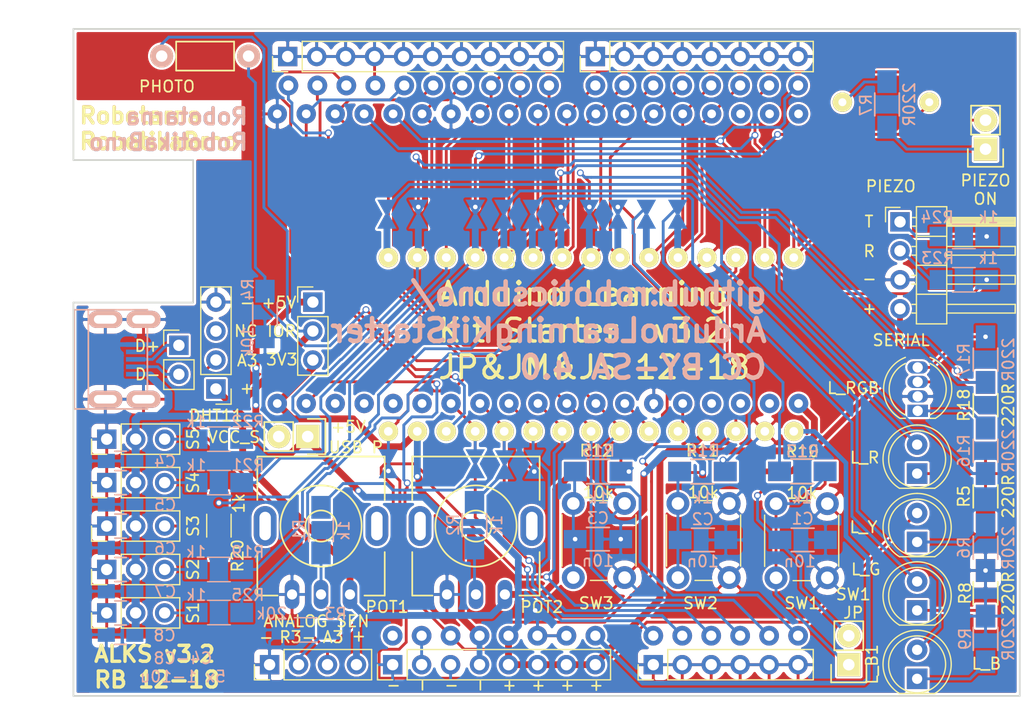
<source format=kicad_pcb>
(kicad_pcb (version 20211014) (generator pcbnew)
  (title_block (title "ArduinoLearningKitStarter") (date "2018-12-20") (rev "3.2") (company "RoboticsBrno"))
  (layers (0 "F.Cu" signal) (31 "B.Cu" signal) (34 "B.Paste" user) (35 "F.Paste" user) (36 "B.SilkS" user "B.Silkscreen") (37 "F.SilkS" user "F.Silkscreen") (38 "B.Mask" user) (39 "F.Mask" user) (44 "Edge.Cuts" user))
  (net 0 "")
  (net 1 "GND")
  (net 2 "D13")
  (net 3 "+3V3")
  (net 4 "AREF")
  (net 5 "A0")
  (net 6 "A1")
  (net 7 "A2")
  (net 8 "A3")
  (net 9 "A4")
  (net 10 "A5")
  (net 11 "+5V")
  (net 12 "RST")
  (net 13 "VCC")
  (net 14 "D1")
  (net 15 "D0")
  (net 16 "D2")
  (net 17 "D3")
  (net 18 "D4")
  (net 19 "D5")
  (net 20 "D6")
  (net 21 "D7")
  (net 22 "D8")
  (net 23 "D9")
  (net 24 "D10")
  (net 25 "D11")
  (net 26 "D12")
  (net 27 "Net-(C1-Pad2)")
  (net 28 "Net-(C2-Pad2)")
  (net 29 "Net-(C3-Pad2)")
  (net 30 "Net-(JP1-Pad2)")
  (net 31 "Net-(JP2-Pad2)")
  (net 32 "Net-(JP3-Pad2)")
  (net 33 "Net-(JP4-Pad2)")
  (net 34 "Net-(JP10-Pad2)")
  (net 35 "Net-(JP11-Pad2)")
  (net 36 "Net-(JP12-Pad2)")
  (net 37 "Net-(JP13-Pad1)")
  (net 38 "Net-(JP14-Pad1)")
  (net 39 "Net-(JP15-Pad1)")
  (net 40 "Net-(R1-Pad1)")
  (net 41 "Net-(R2-Pad1)")
  (net 42 "VCC_SERVO")
  (net 43 "IOREF")
  (net 44 "Net-(JP5-Pad2)")
  (net 45 "Net-(JP6-Pad2)")
  (net 46 "Net-(JP7-Pad2)")
  (net 47 "Net-(JP8-Pad2)")
  (net 48 "Net-(JP16-Pad1)")
  (net 49 "Net-(L_B1-Pad1)")
  (net 50 "Net-(L_G1-Pad1)")
  (net 51 "Net-(L_R1-Pad1)")
  (net 52 "Net-(L_RGB1-Pad1)")
  (net 53 "Net-(L_RGB1-Pad3)")
  (net 54 "Net-(L_RGB1-Pad4)")
  (net 55 "Net-(L_Y1-Pad1)")
  (net 56 "Net-(R19-Pad2)")
  (net 57 "Net-(R20-Pad2)")
  (net 58 "Net-(R21-Pad2)")
  (net 59 "Net-(R22-Pad2)")
  (net 60 "Net-(J6-Pad1)")
  (net 61 "Net-(J6-Pad2)")
  (net 62 "Net-(J7-Pad2)")
  (net 63 "Net-(JP17-Pad1)")
  (net 64 "Net-(R25-Pad2)")
  (net 65 "IOREF_U")
  (net 66 "/D-")
  (net 67 "/D+")
  (net 68 "A6")
  (net 69 "A7")
  (net 70 "Net-(PIEZO1-Pad1)")
  (net 71 "Net-(U2-Pad1)")
  (net 72 "Net-(J1-Pad4)")
  (net 73 "Net-(U3-Pad22)")
  (net 74 "Net-(U3-Pad21)")
  (net 75 "Net-(U3-Pad20)")
  (net 76 "Net-(U3-Pad18)")
  (net 77 "Net-(U3-Pad17)")
  (net 78 "Net-(U3-Pad16)")
  (net 79 "Net-(U3-Pad6)")
  (net 80 "Net-(U3-Pad5)")
  (net 81 "Net-(U3-Pad4)")
  (net 82 "Net-(U3-Pad3)")
  (net 83 "Net-(DHT11-Pad3)")
  (footprint "yaqwsx:arduino_nano" (layer "F.Cu") (at 145.86212 69.25644 90)
    (fp_text reference "U1" hide)
    (fp_text value "arduino_nano")
  )
  (footprint "Resistors_SMD:R_1206_HandSoldering" (layer "F.Cu") (at 179.94 82.58 -90)
    (fp_text reference "R5")
    (fp_text value "220R")
  )
  (footprint "Resistors_SMD:R_1206_HandSoldering" (layer "F.Cu") (at 179.94 91.08 -90)
    (fp_text reference "R8")
    (fp_text value "220R")
  )
  (footprint "Resistors_SMD:R_1206_HandSoldering" (layer "F.Cu") (at 163.87232 80.38956)
    (fp_text reference "R10")
    (fp_text value "10k")
  )
  (footprint "Resistors_SMD:R_1206_HandSoldering" (layer "F.Cu") (at 155.1078 80.4)
    (fp_text reference "R11")
    (fp_text value "10k")
  )
  (footprint "Resistors_SMD:R_1206_HandSoldering" (layer "F.Cu") (at 145.96 80.4)
    (fp_text reference "R12")
    (fp_text value "10k")
  )
  (footprint "Resistors_SMD:R_1206_HandSoldering" (layer "F.Cu") (at 179.94 74.58 -90)
    (fp_text reference "R18")
    (fp_text value "220R")
  )
  (footprint "Pin_Headers:Pin_Header_Straight_1x02" (layer "F.Cu") (at 179.94 52.12 180)
    (fp_text reference "JP16" hide)
    (fp_text value "Jumper")
  )
  (footprint "Resistors_ThroughHole:Resistor_Horizontal_RM7mm" (layer "F.Cu") (at 107.681 43.961)
    (fp_text reference "PHOTO1" hide)
    (fp_text value "Photores")
  )
  (footprint "Resistors_SMD:R_1206_HandSoldering" (layer "F.Cu") (at 112.7 85.148 -90)
    (fp_text reference "R20")
    (fp_text value "1k")
  )
  (footprint "Pin_Headers:Pin_Header_Straight_1x02" (layer "F.Cu") (at 120.49 77.33 -90)
    (fp_text reference "JP9" hide)
    (fp_text value "Jumper")
  )
  (footprint "yaqwsx:arduino_uno_small_pads" (layer "F.Cu") (at 100 97.34)
    (fp_text reference "U2" hide)
    (fp_text value "arduino_uno")
  )
  (footprint "Pin_Headers:Pin_Header_Straight_1x02" (layer "F.Cu") (at 167.945 97.34 180)
    (fp_text reference "JP17" hide)
    (fp_text value "Jumper")
  )
  (footprint "yaqwsx:ESP32-DEVKIT-C" (layer "F.Cu") (at 117.82 74.43 90)
    (fp_text reference "U3")
    (fp_text value "ESP32-DEVKIT-C")
  )
  (footprint "yaqwsx:RV09" (layer "F.Cu") (at 135.245 85.18)
    (fp_text reference "RV2" hide)
    (fp_text value "10k")
  )
  (footprint "yaqwsx:RV09" (layer "F.Cu") (at 121.656 85.18)
    (fp_text reference "RV1" hide)
    (fp_text value "10k")
  )
  (footprint "LED_THT:LED_D5.0mm-4_RGB" (layer "F.Cu") (at 173.99 75.08 90)
    (fp_text reference "L_RGB1" hide)
    (fp_text value "LED_RCBG")
  )
  (footprint "LED_THT:LED_D5.0mm" (layer "F.Cu") (at 173.94 92.58 90)
    (fp_text reference "L_G1" hide)
    (fp_text value "LED")
  )
  (footprint "LED_THT:LED_D5.0mm" (layer "F.Cu") (at 173.94 98.58 90)
    (fp_text reference "L_B1")
    (fp_text value "LED")
  )
  (footprint "LED_THT:LED_D5.0mm" (layer "F.Cu") (at 173.94 80.58 90)
    (fp_text reference "L_R1" hide)
    (fp_text value "LED")
  )
  (footprint "LED_THT:LED_D5.0mm" (layer "F.Cu") (at 173.94 86.58 90)
    (fp_text reference "L_Y1" hide)
    (fp_text value "LED")
  )
  (footprint "Connector_PinHeader_2.54mm:PinHeader_1x10_P2.54mm_Vertical" (layer "F.Cu") (at 118.735 44 90)
    (fp_text reference "J5" hide)
    (fp_text value "CONN_01X10")
  )
  (footprint "Connector_PinHeader_2.54mm:PinHeader_1x08_P2.54mm_Vertical" (layer "F.Cu") (at 127.94 97.34 90)
    (fp_text reference "J2" hide)
    (fp_text value "CONN_01X08")
  )
  (footprint "Connector_PinHeader_2.54mm:PinHeader_1x08_P2.54mm_Vertical" (layer "F.Cu") (at 145.72 44 90)
    (fp_text reference "J4" hide)
    (fp_text value "CONN_01X08")
  )
  (footprint "Connector_PinHeader_2.54mm:PinHeader_1x06_P2.54mm_Vertical" (layer "F.Cu") (at 150.8 97.34 90)
    (fp_text reference "J3" hide)
    (fp_text value "CONN_01X06")
  )
  (footprint "Connector_PinHeader_2.54mm:PinHeader_1x04_P2.54mm_Vertical" (layer "F.Cu") (at 112.44 73.16 180)
    (fp_text reference "DHT11")
    (fp_text value "DHT11_CONN")
  )
  (footprint "Connector_PinHeader_2.54mm:PinHeader_1x04_P2.54mm_Vertical" (layer "F.Cu") (at 117.145 97.34 90)
    (fp_text reference "J7" hide)
    (fp_text value "CONN_01X04")
  )
  (footprint "Connector_PinHeader_2.54mm:PinHeader_1x04_P2.54mm_Horizontal" (layer "F.Cu") (at 172.44 58.5)
    (fp_text reference "J6" hide)
    (fp_text value "CONN_01X04")
  )
  (footprint "Connector_PinHeader_2.54mm:PinHeader_1x03_P2.54mm_Vertical" (layer "F.Cu") (at 102.86 85.18 90)
    (fp_text reference "S3")
    (fp_text value "SERVO3")
  )
  (footprint "Connector_PinHeader_2.54mm:PinHeader_1x03_P2.54mm_Vertical" (layer "F.Cu") (at 102.86 81.37 90)
    (fp_text reference "S4")
    (fp_text value "SERVO4")
  )
  (footprint "Connector_PinHeader_2.54mm:PinHeader_1x03_P2.54mm_Vertical" (layer "F.Cu") (at 120.94 65.54)
    (fp_text reference "JP18" hide)
    (fp_text value "Jumper_NC_Dual")
  )
  (footprint "Connector_PinHeader_2.54mm:PinHeader_1x03_P2.54mm_Vertical" (layer "F.Cu") (at 102.86 77.56 90)
    (fp_text reference "S5")
    (fp_text value "SERVO5")
  )
  (footprint "Connector_PinHeader_2.54mm:PinHeader_1x03_P2.54mm_Vertical" (layer "F.Cu") (at 102.86 88.99 90)
    (fp_text reference "S2")
    (fp_text value "SERVO2")
  )
  (footprint "Connector_PinHeader_2.54mm:PinHeader_1x03_P2.54mm_Vertical" (layer "F.Cu") (at 102.86 92.8 90)
    (fp_text reference "S1")
    (fp_text value "SERVO1")
  )
  (footprint "Connector_PinHeader_2.54mm:PinHeader_1x02_P2.54mm_Vertical" (layer "F.Cu") (at 109.19 69.33)
    (fp_text reference "J8" hide)
    (fp_text value "CONN_01X02")
  )
  (footprint "Button_Switch_THT:SW_PUSH_6mm" (layer "F.Cu") (at 161.56448 89.71912 90)
    (fp_text reference "SW1")
    (fp_text value "SW_PUSH")
  )
  (footprint "Button_Switch_THT:SW_PUSH_6mm" (layer "F.Cu") (at 152.96 89.7 90)
    (fp_text reference "SW2")
    (fp_text value "SW_PUSH")
  )
  (footprint "Button_Switch_THT:SW_PUSH_6mm" (layer "F.Cu") (at 143.78448 89.7 90)
    (fp_text reference "SW3")
    (fp_text value "SW_PUSH")
  )
  (footprint "yaqwsx:piezo_12" (layer "F.Cu") (at 171.196 48.006)
    (fp_text reference "PIEZO1" hide)
    (fp_text value "PIEZO")
  )
  (footprint "Capacitors_SMD:C_1206_HandSoldering" (layer "B.Cu") (at 163.90128 86.39412 180)
    (fp_text reference "C1")
    (fp_text value "10n")
  )
  (footprint "Capacitors_SMD:C_1206_HandSoldering" (layer "B.Cu") (at 155.15352 86.3992 180)
    (fp_text reference "C2")
    (fp_text value "10n")
  )
  (footprint "Capacitors_SMD:C_1206_HandSoldering" (layer "B.Cu") (at 145.94348 86.32808 180)
    (fp_text reference "C3")
    (fp_text value "10n")
  )
  (footprint "yaqwsx:CUT_BRIDGGE" (layer "B.Cu") (at 140.36 79.765 -90)
    (fp_text reference "JP1" hide)
    (fp_text value "Jumper_NC_Small")
  )
  (footprint "yaqwsx:CUT_BRIDGGE" (layer "B.Cu") (at 135.17896 79.719 -90)
    (fp_text reference "JP2" hide)
    (fp_text value "Jumper_NC_Small")
  )
  (footprint "yaqwsx:CUT_BRIDGGE" (layer "B.Cu") (at 137.76 79.8 -90)
    (fp_text reference "JP3" hide)
    (fp_text value "Jumper_NC_Small")
  )
  (footprint "yaqwsx:CUT_BRIDGGE" (layer "B.Cu") (at 135.19 57.83 90)
    (fp_text reference "JP4" hide)
    (fp_text value "Jumper_NC_Small")
  )
  (footprint "yaqwsx:CUT_BRIDGGE" (layer "B.Cu") (at 127.44 57.83 90)
    (fp_text reference "JP5" hide)
    (fp_text value "Jumper_NC_Small")
  )
  (footprint "yaqwsx:CUT_BRIDGGE" (layer "B.Cu") (at 127.56404 79.71392 -90)
    (fp_text reference "JP6" hide)
    (fp_text value "Jumper_NC_Small")
  )
  (footprint "yaqwsx:CUT_BRIDGGE" (layer "B.Cu") (at 140.19 57.83 90)
    (fp_text reference "JP7" hide)
    (fp_text value "Jumper_NC_Small")
  )
  (footprint "yaqwsx:CUT_BRIDGGE" (layer "B.Cu") (at 137.69 57.83 90)
    (fp_text reference "JP8" hide)
    (fp_text value "Jumper_NC_Small")
  )
  (footprint "yaqwsx:CUT_BRIDGGE" (layer "B.Cu") (at 152.94 57.83 90)
    (fp_text reference "JP10" hide)
    (fp_text value "Jumper_NC_Small")
  )
  (footprint "yaqwsx:CUT_BRIDGGE" (layer "B.Cu") (at 150.19 57.83 90)
    (fp_text reference "JP11" hide)
    (fp_text value "Jumper_NC_Small")
  )
  (footprint "yaqwsx:CUT_BRIDGGE" (layer "B.Cu") (at 147.69 57.83 90)
    (fp_text reference "JP12" hide)
    (fp_text value "Jumper_NC_Small")
  )
  (footprint "yaqwsx:CUT_BRIDGGE" (layer "B.Cu") (at 145.19 57.83 -90)
    (fp_text reference "JP13" hide)
    (fp_text value "Jumper_NC_Small")
  )
  (footprint "yaqwsx:CUT_BRIDGGE" (layer "B.Cu") (at 142.69 57.83 -90)
    (fp_text reference "JP14" hide)
    (fp_text value "Jumper_NC_Small")
  )
  (footprint "yaqwsx:CUT_BRIDGGE" (layer "B.Cu") (at 130.19 57.83 -90)
    (fp_text reference "JP15" hide)
    (fp_text value "Jumper_NC_Small")
  )
  (footprint "Resistors_SMD:R_1206_HandSoldering" (layer "B.Cu") (at 121.656 85.53916 90)
    (fp_text reference "R1")
    (fp_text value "1k")
  )
  (footprint "Resistors_SMD:R_1206_HandSoldering" (layer "B.Cu") (at 135.118 85.1038 90)
    (fp_text reference "R2")
    (fp_text value "1k")
  )
  (footprint "Resistors_SMD:R_1206_HandSoldering" (layer "B.Cu") (at 116.74 66.58 -90)
    (fp_text reference "R4")
    (fp_text value "10k")
  )
  (footprint "Resistors_SMD:R_1206_HandSoldering" (layer "B.Cu") (at 179.94 87.08 90)
    (fp_text reference "R6")
    (fp_text value "220R")
  )
  (footprint "Resistors_SMD:R_1206_HandSoldering" (layer "B.Cu") (at 171.3 48.2 90)
    (fp_text reference "R7")
    (fp_text value "220R")
  )
  (footprint "Resistors_SMD:R_1206_HandSoldering" (layer "B.Cu") (at 179.94 95.08 -90)
    (fp_text reference "R9")
    (fp_text value "220R")
  )
  (footprint "Resistors_SMD:R_1206_HandSoldering" (layer "B.Cu") (at 163.8708 80.38448 180)
    (fp_text reference "R13")
    (fp_text value "1k")
  )
  (footprint "Resistors_SMD:R_1206_HandSoldering" (layer "B.Cu") (at 155.118 80.4)
    (fp_text reference "R14")
    (fp_text value "1k")
  )
  (footprint "Resistors_SMD:R_1206_HandSoldering" (layer "B.Cu") (at 145.96 80.4)
    (fp_text reference "R15")
    (fp_text value "1k")
  )
  (footprint "Resistors_SMD:R_1206_HandSoldering" (layer "B.Cu") (at 179.94 78.58 90)
    (fp_text reference "R16")
    (fp_text value "220R")
  )
  (footprint "Resistors_SMD:R_1206_HandSoldering" (layer "B.Cu") (at 179.94 70.58 90)
    (fp_text reference "R17")
    (fp_text value "220R")
  )
  (footprint "yaqwsx:USB_Micro-B-widened" (layer "B.Cu") (at 103.83746 70.5591 90)
    (fp_text reference "J1" hide)
    (fp_text value "USB_OTG")
  )
  (footprint "Resistors_SMD:R_1206_HandSoldering" (layer "B.Cu") (at 112.7 92.768 180)
    (fp_text reference "R25")
    (fp_text value "1k")
  )
  (footprint "Resistors_SMD:R_1206_HandSoldering" (layer "B.Cu") (at 112.7 88.99 180)
    (fp_text reference "R19")
    (fp_text value "1k")
  )
  (footprint "Resistors_SMD:R_1206_HandSoldering" (layer "B.Cu") (at 112.7 81.37 180)
    (fp_text reference "R21")
    (fp_text value "1k")
  )
  (footprint "Resistors_SMD:R_1206_HandSoldering" (layer "B.Cu") (at 112.7 77.56 180)
    (fp_text reference "R22")
    (fp_text value "1k")
  )
  (footprint "Resistors_SMD:R_1206_HandSoldering" (layer "B.Cu") (at 178.04 63.58 180)
    (fp_text reference "R23")
    (fp_text value "1k")
  )
  (footprint "Resistors_SMD:R_1206_HandSoldering" (layer "B.Cu") (at 178.04 59.78 180)
    (fp_text reference "R24")
    (fp_text value "1k")
  )
  (footprint "Resistors_SMD:R_1206_HandSoldering" (layer "B.Cu") (at 120.32 94.292)
    (fp_text reference "R3")
    (fp_text value "20k")
  )
  (footprint "Capacitors_SMD:C_0805_HandSoldering" (layer "B.Cu") (at 104.074 79.47 180)
    (fp_text reference "C4")
    (fp_text value "10uF")
  )
  (footprint "Capacitors_SMD:C_0805_HandSoldering" (layer "B.Cu") (at 104.074 83.28 180)
    (fp_text reference "C5")
    (fp_text value "10uF")
  )
  (footprint "Capacitors_SMD:C_0805_HandSoldering" (layer "B.Cu") (at 104.074 87.09 180)
    (fp_text reference "C6")
    (fp_text value "10 μF")
  )
  (footprint "Capacitors_SMD:C_0805_HandSoldering" (layer "B.Cu") (at 104.074 90.9 180)
    (fp_text reference "C7")
    (fp_text value "10uF")
  )
  (footprint "Capacitors_SMD:C_0805_HandSoldering" (layer "B.Cu") (at 104.074 94.71 180)
    (fp_text reference "C8")
    (fp_text value "10uF")
  )
  (gr_line (start 99.94 53.08) (end 110.44 53.08) (layer "Edge.Cuts") (width 0.15))
  (gr_line (start 99.94 41.58) (end 99.94 53.08) (layer "Edge.Cuts") (width 0.15))
  (gr_line (start 99.94 65.58) (end 99.94 100.08) (layer "Edge.Cuts") (width 0.15))
  (gr_line (start 110.44 65.58) (end 99.94 65.58) (layer "Edge.Cuts") (width 0.15))
  (gr_line (start 110.44 53.08) (end 110.44 65.58) (layer "Edge.Cuts") (width 0.15))
  (gr_line (start 99.94 100.08) (end 182.94 100.08) (layer "Edge.Cuts") (width 0.15))
  (gr_line (start 182.94 100.08) (end 182.94 41.58) (layer "Edge.Cuts") (width 0.15))
  (gr_line (start 182.94 41.58) (end 99.94 41.58) (layer "Edge.Cuts") (width 0.15))
  (gr_text "Robotarna\nRobotikaBrno" (at 100.315 50.311) (layer "F.Cu") (effects (font (size 1.4 1.4) (thickness 0.3)) (justify left)))
  (gr_text "ALKS v3.2\nRB 12-18" (at 101.6 97.536) (layer "F.Cu") (effects (font (size 1.4 1.4) (thickness 0.3)) (justify left)))
  (gr_text "Robotarna\nRobotikaBrno" (at 115.377 50.387) (layer "B.Cu") (effects (font (size 1.4 1.4) (thickness 0.3)) (justify left mirror)))
  (gr_text "github:roboticsbrno/\nArduinoLearningKitStarter\nCC BY-SA 4.0" (at 160.97 68.04) (layer "B.SilkS") (effects (font (size 2 2) (thickness 0.4)) (justify left mirror)))
  (gr_text "Robotarna\nRobotikaBrno" (at 115.39 50.387) (layer "B.SilkS") (effects (font (size 1.4 1.4) (thickness 0.3)) (justify left mirror)))
  (gr_text "C4-C8\n5x 1-10u" (at 109.54 97.58) (layer "B.SilkS") (effects (font (size 1 1)) (justify mirror)))
  (gr_text "L_Y" (at 169.24 85.28) (layer "F.SilkS") (effects (font (size 1 1))))
  (gr_text "L_G" (at 169.44 88.98) (layer "F.SilkS") (effects (font (size 1 1))))
  (gr_text "L_B" (at 180.02 97.25) (layer "F.SilkS") (effects (font (size 1 1))))
  (gr_text "L_RGB" (at 168.34 73.08) (layer "F.SilkS") (effects (font (size 1 1))))
  (gr_text "+" (at 114.44 73.08) (layer "F.SilkS") (effects (font (size 1 1)) (justify left)))
  (gr_text "-" (at 114.44 65.58) (layer "F.SilkS") (effects (font (size 1 1)) (justify left)))
  (gr_text "A3" (at 114.19 70.67) (layer "F.SilkS") (effects (font (size 1 1)) (justify left)))
  (gr_text "NC" (at 113.94 68.08) (layer "F.SilkS") (effects (font (size 1 1)) (justify left)))
  (gr_text "+5V" (at 122.44 76.48) (layer "F.SilkS") (effects (font (size 1 1)) (justify left)))
  (gr_text "VCC_S" (at 111.64 77.38) (layer "F.SilkS") (effects (font (size 1 1)) (justify left)))
  (gr_text "USB P" (at 122.24 78.28) (layer "F.SilkS") (effects (font (size 1 1)) (justify left)))
  (gr_text "PIEZO\nON" (at 179.94 55.68) (layer "F.SilkS") (effects (font (size 1 1))))
  (gr_text "ANALOG SEN" (at 116.51 93.53) (layer "F.SilkS") (effects (font (size 1 1)) (justify left)))
  (gr_text "-" (at 116.129 94.927) (layer "F.SilkS") (effects (font (size 1 1)) (justify left)))
  (gr_text "A3" (at 121.717 94.927) (layer "F.SilkS") (effects (font (size 1 1)) (justify left)))
  (gr_text "+" (at 124.257 94.8) (layer "F.SilkS") (effects (font (size 1 1)) (justify left)))
  (gr_text "R3-" (at 117.907 94.927) (layer "F.SilkS") (effects (font (size 1 1)) (justify left)))
  (gr_text "SW1\nJP" (at 168.34 91.98) (layer "F.SilkS") (effects (font (size 1 1))))
  (gr_text "SERIAL" (at 169.94 68.88) (layer "F.SilkS") (effects (font (size 1 1)) (justify left)))
  (gr_text "+" (at 169.04 66.08) (layer "F.SilkS") (effects (font (size 1 1)) (justify left)))
  (gr_text "T" (at 169.24 58.48) (layer "F.SilkS") (effects (font (size 1 1)) (justify left)))
  (gr_text "R" (at 169.14 61.08) (layer "F.SilkS") (effects (font (size 1 1)) (justify left)))
  (gr_text "-" (at 169.04 63.48) (layer "F.SilkS") (effects (font (size 1 1)) (justify left)))
  (gr_text "-" (at 130.48 99.88 90) (layer "F.SilkS") (effects (font (size 1 1)) (justify left)))
  (gr_text "-" (at 135.56 99.88 90) (layer "F.SilkS") (effects (font (size 1 1)) (justify left)))
  (gr_text "-" (at 132.385 99.118) (layer "F.SilkS") (effects (font (size 1 1)) (justify left)))
  (gr_text "-" (at 127.305 99.118) (layer "F.SilkS") (effects (font (size 1 1)) (justify left)))
  (gr_text "+" (at 137.465 99.118) (layer "F.SilkS") (effects (font (size 1 1)) (justify left)))
  (gr_text "+" (at 140.005 99.118) (layer "F.SilkS") (effects (font (size 1 1)) (justify left)))
  (gr_text "+" (at 142.545 99.118) (layer "F.SilkS") (effects (font (size 1 1)) (justify left)))
  (gr_text "+" (at 145.085 99.118) (layer "F.SilkS") (effects (font (size 1 1)) (justify left)))
  (gr_text "Robotarna\nRobotikaBrno" (at 100.315 50.311) (layer "F.SilkS") (effects (font (size 1.4 1.4) (thickness 0.3)) (justify left)))
  (gr_text "PHOTO" (at 105.59 46.63) (layer "F.SilkS") (effects (font (size 1 1)) (justify left)))
  (gr_text "PIEZO" (at 169.34 55.38) (layer "F.SilkS") (effects (font (size 1 1)) (justify left)))
  (gr_text "POT1" (at 125.465 92.28) (layer "F.SilkS") (effects (font (size 1 1)) (justify left)))
  (gr_text "POT2" (at 139.04 92.28) (layer "F.SilkS") (effects (font (size 1 1)) (justify left)))
  (gr_text "+5V" (at 116.34 65.58) (layer "F.SilkS") (effects (font (size 1 1)) (justify left)))
  (gr_text "3V3" (at 116.74 70.58) (layer "F.SilkS") (effects (font (size 1 1)) (justify left)))
  (gr_text "IOR" (at 116.84 68.08) (layer "F.SilkS") (effects (font (size 1 1)) (justify left)))
  (gr_text "D+" (at 105.21 69.38) (layer "F.SilkS") (effects (font (size 1 1)) (justify left)))
  (gr_text "D-" (at 105.24 71.88) (layer "F.SilkS") (effects (font (size 1 1)) (justify left)))
  (gr_text "ALKS v3.2\nRB 12-18" (at 101.6 97.536) (layer "F.SilkS") (effects (font (size 1.4 1.4) (thickness 0.3)) (justify left)))
  (gr_text "L_R" (at 169.34 79.18) (layer "F.SilkS") (effects (font (size 1 1))))
  (gr_text "Arduino Learning\nKit Starter  v3.2\nJP&JM&JS 12-18" (at 131.76 68.04) (layer "F.SilkS") (effects (font (size 2 2) (thickness 0.3)) (justify left)))
  (segment (start 148.0154 86.4) (end 147.94348 86.32808) (width 0.25) (layer "F.Cu") (net 1))
  (segment (start 140.44 92.58) (end 139.94 92.58) (width 0.25) (layer "F.Cu") (net 1))
  (segment (start 126.355 46.479) (end 126.416 46.54) (width 0.25) (layer "F.Cu") (net 1))
  (segment (start 150.79341 74.732525) (end 150.462943 74.402058) (width 0.25) (layer "F.Cu") (net 1))
  (segment (start 126.355 44) (end 126.355 46.479) (width 0.25) (layer "F.Cu") (net 1))
  (via (at 147.94348 86.32808) (size 0.6) (drill 0.4) (layers "F.Cu" "B.Cu") (net 1))
  (via (at 150.79341 74.732525) (size 0.6) (drill 0.4) (layers "F.Cu" "B.Cu") (net 1))
  (via (at 179.94 89.08) (size 0.6) (drill 0.4) (layers "F.Cu" "B.Cu") (net 1))
  (via (at 140.44 92.58) (size 0.6) (drill 0.4) (layers "F.Cu" "B.Cu") (net 1))
  (segment (start 118.17 94.292) (end 117.145 95.317) (width 0.25) (layer "B.Cu") (net 1))
  (segment (start 105.4 69.26) (end 103.823 69.26) (width 0.4) (layer "B.Cu") (net 1))
  (segment (start 158.928 81.732) (end 158.928 78.53056) (width 0.25) (layer "B.Cu") (net 1))
  (segment (start 166.06448 86.23092) (end 165.90128 86.39412) (width 0.25) (layer "B.Cu") (net 1))
  (segment (start 157.46 86.70568) (end 157.15352 86.3992) (width 0.25) (layer "B.Cu") (net 1))
  (segment (start 166.06448 86.55732) (end 165.90128 86.39412) (width 0.25) (layer "B.Cu") (net 1))
  (segment (start 105.4 69.26) (end 107.226 69.26) (width 0.4) (layer "B.Cu") (net 1))
  (segment (start 158.928 78.53056) (end 160.58212 76.87644) (width 0.25) (layer "B.Cu") (net 1))
  (segment (start 118.32 94.292) (end 118.17 94.292) (width 0.25) (layer "B.Cu") (net 1))
  (segment (start 148.28448 86.66908) (end 147.94348 86.32808) (width 0.25) (layer "B.Cu") (net 1))
  (segment (start 157.46 83.2) (end 158.928 81.732) (width 0.25) (layer "B.Cu") (net 1))
  (segment (start 117.145 96.074) (end 117.145 97.34) (width 0.25) (layer "B.Cu") (net 1))
  (segment (start 140.64 92.78) (end 140.44 92.58) (width 0.25) (layer "B.Cu") (net 1))
  (segment (start 148.28448 85.98708) (end 147.94348 86.32808) (width 0.25) (layer "B.Cu") (net 1))
  (segment (start 117.145 95.317) (end 117.145 96.074) (width 0.25) (layer "B.Cu") (net 1))
  (segment (start 150.727009 74.777991) (end 150.747944 74.777991) (width 0.25) (layer "B.Cu") (net 1))
  (segment (start 140.64 94.8) (end 140.64 92.78) (width 0.25) (layer "B.Cu") (net 1))
  (segment (start 150.747944 74.777991) (end 150.79341 74.732525) (width 0.25) (layer "B.Cu") (net 1))
  (segment (start 157.46 86.09272) (end 157.15352 86.3992) (width 0.25) (layer "B.Cu") (net 1))
  (segment (start 128.412119 76.026441) (end 127.56212 76.87644) (width 0.25) (layer "F.Cu") (net 2))
  (segment (start 131.09134 73.262338) (end 131.084001 73.254999) (width 0.25) (layer "F.Cu") (net 2))
  (segment (start 131.084001 73.254999) (end 129.955999 73.254999) (width 0.25) (layer "F.Cu") (net 2))
  (segment (start 134.065002 71.779998) (end 134.065002 72.380002) (width 0.25) (layer "F.Cu") (net 2))
  (segment (start 129.293368 75.039102) (end 128.412119 75.920351) (width 0.25) (layer "F.Cu") (net 2))
  (segment (start 129.951408 71.454998) (end 133.740002 71.454998) (width 0.25) (layer "F.Cu") (net 2))
  (segment (start 129.955999 73.254999) (end 129.94866 73.262338) (width 0.25) (layer "F.Cu") (net 2))
  (segment (start 129.721223 73.262338) (end 129.293368 73.690193) (width 0.25) (layer "F.Cu") (net 2))
  (segment (start 132.117482 73.330012) (end 131.542468 73.330012) (width 0.25) (layer "F.Cu") (net 2))
  (segment (start 131.542468 73.330012) (end 131.474794 73.262338) (width 0.25) (layer "F.Cu") (net 2))
  (segment (start 131.474794 73.262338) (end 131.09134 73.262338) (width 0.25) (layer "F.Cu") (net 2))
  (segment (start 128.412119 75.920351) (end 128.412119 76.026441) (width 0.25) (layer "F.Cu") (net 2))
  (segment (start 133.439992 73.005012) (end 132.442482 73.005012) (width 0.25) (layer "F.Cu") (net 2))
  (segment (start 133.740002 71.454998) (end 134.065002 71.779998) (width 0.25) (layer "F.Cu") (net 2))
  (segment (start 134.065002 72.380002) (end 133.439992 73.005012) (width 0.25) (layer "F.Cu") (net 2))
  (segment (start 120.36 61.86359) (end 129.951408 71.454998) (width 0.25) (layer "F.Cu") (net 2))
  (segment (start 129.94866 73.262338) (end 129.721223 73.262338) (width 0.25) (layer "F.Cu") (net 2))
  (segment (start 129.293368 73.690193) (end 129.293368 75.039102) (width 0.25) (layer "F.Cu") (net 2))
  (segment (start 120.36 49.03) (end 120.36 61.86359) (width 0.25) (layer "F.Cu") (net 2))
  (segment (start 132.442482 73.005012) (end 132.117482 73.330012) (width 0.25) (layer "F.Cu") (net 2))
  (segment (start 127.56404 76.87836) (end 127.56212 76.87644) (width 0.25) (layer "B.Cu") (net 2))
  (segment (start 120.36 49.03) (end 121.58509 47.80491) (width 0.25) (layer "B.Cu") (net 2))
  (segment (start 127.69109 47.80491) (end 128.092401 47.403599) (width 0.25) (layer "B.Cu") (net 2))
  (segment (start 120.119587 48.4) (end 120.381 48.4) (width 0.25) (layer "B.Cu") (net 2))
  (segment (start 120.381 48.4) (end 120.119588 48.4) (width 0.25) (layer "B.Cu") (net 2))
  (segment (start 121.58509 47.80491) (end 127.69109 47.80491) (width 0.25) (layer "B.Cu") (net 2))
  (segment (start 128.092401 47.403599) (end 128.956 46.54) (width 0.25) (layer "B.Cu") (net 2))
  (segment (start 127.56404 79.07892) (end 127.56404 76.87836) (width 0.25) (layer "B.Cu") (net 2))
  (segment (start 126.914119 78.226441) (end 128.752119 78.226441) (width 0.6) (layer "F.Cu") (net 3))
  (segment (start 120.94 70.62) (end 120.94 71.31) (width 0.6) (layer "F.Cu") (net 3))
  (segment (start 133.962785 93.202785) (end 133.962785 85.686785) (width 0.6) (layer "F.Cu") (net 3))
  (segment (start 133.962785 85.686785) (end 130.240001 81.964001) (width 0.6) (layer "F.Cu") (net 3))
  (segment (start 120.94 71.31) (end 117.82 74.43) (width 0.6) (layer "F.Cu") (net 3))
  (segment (start 135.56 94.8) (end 133.962785 93.202785) (width 0.6) (layer "F.Cu") (net 3))
  (segment (start 128.752119 78.226441) (end 129.252121 77.726439) (width 0.6) (layer "F.Cu") (net 3))
  (segment (start 124.467679 75.780001) (end 126.914119 78.226441) (width 0.6) (layer "F.Cu") (net 3))
  (segment (start 130.240001 81.964001) (end 130.240001 80.972836) (width 0.6) (layer "F.Cu") (net 3))
  (segment (start 129.252121 77.726439) (end 130.10212 76.87644) (width 0.6) (layer "F.Cu") (net 3))
  (segment (start 117.82 74.43) (end 119.170001 75.780001) (width 0.6) (layer "F.Cu") (net 3))
  (segment (start 130.240001 80.972836) (end 130.097144 80.829979) (width 0.6) (layer "F.Cu") (net 3))
  (segment (start 119.170001 75.780001) (end 124.467679 75.780001) (width 0.6) (layer "F.Cu") (net 3))
  (via (at 130.097144 80.829979) (size 0.6) (drill 0.4) (layers "F.Cu" "B.Cu") (net 3))
  (segment (start 130.10212 76.87644) (end 130.10212 80.825003) (width 0.6) (layer "B.Cu") (net 3))
  (segment (start 130.10212 80.825003) (end 130.097144 80.829979) (width 0.6) (layer "B.Cu") (net 3))
  (segment (start 135.56 97.34) (end 135.56 94.8) (width 0.5) (layer "B.Cu") (net 3))
  (segment (start 118.225471 45.351399) (end 117.607399 45.969471) (width 0.25) (layer "F.Cu") (net 4))
  (segment (start 117.607399 45.969471) (end 117.607399 47.078397) (width 0.25) (layer "F.Cu") (net 4))
  (segment (start 118.995001 61.135001) (end 129.94 72.08) (width 0.25) (layer "F.Cu") (net 4))
  (segment (start 122.687399 45.351399) (end 118.225471 45.351399) (width 0.25) (layer "F.Cu") (net 4))
  (segment (start 117.607399 47.078397) (end 118.995001 48.465999) (width 0.25) (layer "F.Cu") (net 4))
  (segment (start 123.876 46.54) (end 122.687399 45.351399) (width 0.25) (layer "F.Cu") (net 4))
  (segment (start 118.995001 48.465999) (end 118.995001 61.135001) (width 0.25) (layer "F.Cu") (net 4))
  (segment (start 129.94 72.08) (end 133.44 72.08) (width 0.25) (layer "F.Cu") (net 4))
  (via (at 133.44 72.08) (size 0.6) (drill 0.4) (layers "F.Cu" "B.Cu") (net 4))
  (segment (start 133.492119 76.026441) (end 132.64212 76.87644) (width 0.25) (layer "B.Cu") (net 4))
  (segment (start 134.235001 75.283559) (end 133.492119 76.026441) (width 0.25) (layer "B.Cu") (net 4))
  (segment (start 133.44 72.08) (end 134.235001 72.875001) (width 0.25) (layer "B.Cu") (net 4))
  (segment (start 134.235001 72.875001) (end 134.235001 75.283559) (width 0.25) (layer "B.Cu") (net 4))
  (segment (start 135.18212 76.87644) (end 135.18212 84.411901) (width 0.25) (layer "F.Cu") (net 5))
  (segment (start 133.06 74.43) (end 135.18212 76.55212) (width 0.25) (layer "F.Cu") (net 5))
  (segment (start 135.18212 84.411901) (end 139.46361 88.693391) (width 0.25) (layer "F.Cu") (net 5))
  (segment (start 139.46361 88.693391) (end 139.763609 88.99339) (width 0.25) (layer "F.Cu") (net 5))
  (segment (start 135.18212 76.55212) (end 135.18212 76.87644) (width 0.25) (layer "F.Cu") (net 5))
  (via (at 139.763609 88.99339) (size 0.6) (drill 0.4) (layers "F.Cu" "B.Cu") (net 5))
  (segment (start 135.17896 79.084) (end 135.17896 76.8796) (width 0.25) (layer "B.Cu") (net 5))
  (segment (start 150.8 94.8) (end 149.484965 93.484965) (width 0.25) (layer "B.Cu") (net 5))
  (segment (start 135.17896 76.8796) (end 135.18212 76.87644) (width 0.25) (layer "B.Cu") (net 5))
  (segment (start 149.484965 93.484965) (end 142.736176 93.484965) (width 0.25) (layer "B.Cu") (net 5))
  (segment (start 139.763609 89.417654) (end 139.763609 88.99339) (width 0.25) (layer "B.Cu") (net 5))
  (segment (start 139.763609 90.512398) (end 139.763609 89.417654) (width 0.25) (layer "B.Cu") (net 5))
  (segment (start 142.736176 93.484965) (end 139.763609 90.512398) (width 0.25) (layer "B.Cu") (net 5))
  (segment (start 137.72212 86.041475) (end 139.58298 87.902335) (width 0.25) (layer "F.Cu") (net 6))
  (segment (start 153.34 94.8) (end 153.34 94.29) (width 0.25) (layer "F.Cu") (net 6))
  (segment (start 137.72212 76.55212) (end 137.72212 76.87644) (width 0.25) (layer "F.Cu") (net 6))
  (segment (start 135.6 74.43) (end 137.72212 76.55212) (width 0.25) (layer "F.Cu") (net 6))
  (segment (start 137.72212 76.87644) (end 137.72212 86.041475) (width 0.25) (layer "F.Cu") (net 6))
  (segment (start 139.58298 87.902335) (end 139.882979 88.202334) (width 0.25) (layer "F.Cu") (net 6))
  (via (at 139.882979 88.202334) (size 0.6) (drill 0.4) (layers "F.Cu" "B.Cu") (net 6))
  (segment (start 137.72212 79.12712) (end 137.76 79.165) (width 0.25) (layer "B.Cu") (net 6))
  (segment (start 140.388611 89.293392) (end 140.388611 88.707966) (width 0.25) (layer "B.Cu") (net 6))
  (segment (start 140.21362 90.325998) (end 140.21362 89.468383) (width 0.25) (layer "B.Cu") (net 6))
  (segment (start 140.21362 89.468383) (end 140.388611 89.293392) (width 0.25) (layer "B.Cu") (net 6))
  (segment (start 140.182978 88.502333) (end 139.882979 88.202334) (width 0.25) (layer "B.Cu") (net 6))
  (segment (start 140.388611 88.707966) (end 140.182978 88.502333) (width 0.25) (layer "B.Cu") (net 6))
  (segment (start 151.574954 93.034954) (end 142.922576 93.034954) (width 0.25) (layer "B.Cu") (net 6))
  (segment (start 153.34 94.8) (end 151.574954 93.034954) (width 0.25) (layer "B.Cu") (net 6))
  (segment (start 142.922576 93.034954) (end 140.21362 90.325998) (width 0.25) (layer "B.Cu") (net 6))
  (segment (start 137.72212 76.87644) (end 137.72212 79.12712) (width 0.25) (layer "B.Cu") (net 6))
  (segment (start 138.14 74.43) (end 140.26212 76.55212) (width 0.25) (layer "F.Cu") (net 7))
  (segment (start 155.88 94.8) (end 155.88 94.29) (width 0.25) (layer "F.Cu") (net 7))
  (segment (start 140.26212 76.55212) (end 140.26212 76.87644) (width 0.25) (layer "F.Cu") (net 7))
  (segment (start 153.664943 92.584943) (end 155.016401 93.936401) (width 0.25) (layer "B.Cu") (net 7))
  (segment (start 141.656 88.039867) (end 140.838622 88.857243) (width 0.25) (layer "B.Cu") (net 7))
  (segment (start 140.663631 89.654783) (end 140.663631 90.139598) (width 0.25) (layer "B.Cu") (net 7))
  (segment (start 140.26212 76.87644) (end 140.26212 79.03212) (width 0.25) (layer "B.Cu") (net 7))
  (segment (start 140.838622 88.857243) (end 140.838622 89.479792) (width 0.25) (layer "B.Cu") (net 7))
  (segment (start 143.108976 92.584943) (end 153.664943 92.584943) (width 0.25) (layer "B.Cu") (net 7))
  (segment (start 155.016401 93.936401) (end 155.88 94.8) (width 0.25) (layer "B.Cu") (net 7))
  (segment (start 140.663631 90.139598) (end 143.108976 92.584943) (width 0.25) (layer "B.Cu") (net 7))
  (segment (start 141.656 80.426) (end 141.656 88.039867) (width 0.25) (layer "B.Cu") (net 7))
  (segment (start 140.36 79.13) (end 141.656 80.426) (width 0.25) (layer "B.Cu") (net 7))
  (segment (start 140.838622 89.479792) (end 140.663631 89.654783) (width 0.25) (layer "B.Cu") (net 7))
  (segment (start 140.26212 79.03212) (end 140.36 79.13) (width 0.25) (layer "B.Cu") (net 7))
  (segment (start 129.874981 79.723918) (end 130.865012 80.713949) (width 0.25) (layer "F.Cu") (net 8))
  (segment (start 139.338253 89.644891) (end 141.017169 89.644891) (width 0.25) (layer "F.Cu") (net 8))
  (segment (start 140.68 74.43) (end 142.80212 76.55212) (width 0.25) (layer "F.Cu") (net 8))
  (segment (start 142.80212 76.55212) (end 142.80212 76.87644) (width 0.25) (layer "F.Cu") (net 8))
  (segment (start 126.939038 80.048918) (end 127.264038 79.723918) (width 0.25) (layer "F.Cu") (net 8))
  (segment (start 120.371503 86.171656) (end 110.44 76.240153) (width 0.25) (layer "F.Cu") (net 8))
  (segment (start 127.989989 81.699873) (end 126.939038 80.648922) (width 0.25) (layer "F.Cu") (net 8))
  (segment (start 130.865012 81.17165) (end 139.338253 89.644891) (width 0.25) (layer "F.Cu") (net 8))
  (segment (start 122.225 96.118686) (end 120.371503 94.265189) (width 0.25) (layer "F.Cu") (net 8))
  (segment (start 110.44 76.240153) (end 110.44 72.62) (width 0.25) (layer "F.Cu") (net 8))
  (segment (start 158.42 94.8) (end 158.42 94.29) (width 0.25) (layer "F.Cu") (net 8))
  (segment (start 110.44 72.62) (end 112.44 70.62) (width 0.25) (layer "F.Cu") (net 8))
  (segment (start 127.989989 90.353697) (end 127.989989 81.699873) (width 0.25) (layer "F.Cu") (net 8))
  (segment (start 141.017169 89.644891) (end 141.441433 89.644891) (width 0.25) (layer "F.Cu") (net 8))
  (segment (start 126.939038 80.648922) (end 126.939038 80.048918) (width 0.25) (layer "F.Cu") (net 8))
  (segment (start 122.225 96.118686) (end 127.989989 90.353697) (width 0.25) (layer "F.Cu") (net 8))
  (segment (start 122.225 97.34) (end 122.225 96.118686) (width 0.25) (layer "F.Cu") (net 8))
  (segment (start 120.371503 94.265189) (end 120.371503 86.171656) (width 0.25) (layer "F.Cu") (net 8))
  (segment (start 130.865012 80.713949) (end 130.865012 81.17165) (width 0.25) (layer "F.Cu") (net 8))
  (segment (start 127.264038 79.723918) (end 129.874981 79.723918) (width 0.25) (layer "F.Cu") (net 8))
  (via (at 141.441433 89.644891) (size 0.6) (drill 0.4) (layers "F.Cu" "B.Cu") (net 8))
  (segment (start 141.741432 89.344892) (end 141.441433 89.644891) (width 0.25) (layer "B.Cu") (net 8))
  (segment (start 143.931474 92.134932) (end 141.741432 89.94489) (width 0.25) (layer "B.Cu") (net 8))
  (segment (start 155.754932 92.134932) (end 143.931474 92.134932) (width 0.25) (layer "B.Cu") (net 8))
  (segment (start 158.42 94.8) (end 155.754932 92.134932) (width 0.25) (layer "B.Cu") (net 8))
  (segment (start 142.80212 76.87644) (end 142.80212 78.078521) (width 0.25) (layer "B.Cu") (net 8))
  (segment (start 142.10601 78.774631) (end 142.10601 88.980314) (width 0.25) (layer "B.Cu") (net 8))
  (segment (start 141.741432 89.94489) (end 141.441433 89.644891) (width 0.25) (layer "B.Cu") (net 8))
  (segment (start 142.80212 78.078521) (end 142.10601 78.774631) (width 0.25) (layer "B.Cu") (net 8))
  (segment (start 142.10601 88.980314) (end 141.741432 89.344892) (width 0.25) (layer "B.Cu") (net 8))
  (segment (start 139.019967 70.229967) (end 142.370001 73.580001) (width 0.25) (layer "F.Cu") (net 9))
  (segment (start 121.570813 58.020546) (end 133.780234 70.229967) (width 0.25) (layer "F.Cu") (net 9))
  (segment (start 143.22 74.43) (end 145.34212 76.55212) (width 0.25) (layer "F.Cu") (net 9))
  (segment (start 133.780234 70.229967) (end 139.019967 70.229967) (width 0.25) (layer "F.Cu") (net 9))
  (segment (start 121.570813 47.996127) (end 121.570813 58.020546) (width 0.25) (layer "F.Cu") (net 9))
  (segment (start 145.34212 76.55212) (end 145.34212 76.87644) (width 0.25) (layer "F.Cu") (net 9))
  (segment (start 121.336 46.54) (end 121.336 47.761314) (width 0.25) (layer "F.Cu") (net 9))
  (segment (start 121.336 47.761314) (end 121.570813 47.996127) (width 0.25) (layer "F.Cu") (net 9))
  (segment (start 142.370001 73.580001) (end 143.22 74.43) (width 0.25) (layer "F.Cu") (net 9))
  (segment (start 148.198564 91.684921) (end 145.34212 88.828477) (width 0.25) (layer "B.Cu") (net 9))
  (segment (start 157.844921 91.684921) (end 148.198564 91.684921) (width 0.25) (layer "B.Cu") (net 9))
  (segment (start 145.34212 78.078521) (end 145.34212 76.87644) (width 0.25) (layer "B.Cu") (net 9))
  (segment (start 145.34212 88.828477) (end 145.34212 78.078521) (width 0.25) (layer "B.Cu") (net 9))
  (segment (start 160.96 94.8) (end 157.844921 91.684921) (width 0.25) (layer "B.Cu") (net 9))
  (segment (start 122.3 58.113322) (end 133.966634 69.779956) (width 0.25) (layer "F.Cu") (net 10))
  (segment (start 144.910001 73.580001) (end 145.76 74.43) (width 0.25) (layer "F.Cu") (net 10))
  (segment (start 133.966634 69.779956) (end 141.109956 69.779956) (width 0.25) (layer "F.Cu") (net 10))
  (segment (start 122.3 50.7) (end 122.3 58.113322) (width 0.25) (layer "F.Cu") (net 10))
  (segment (start 141.109956 69.779956) (end 144.910001 73.580001) (width 0.25) (layer "F.Cu") (net 10))
  (segment (start 147.88212 76.55212) (end 147.88212 76.87644) (width 0.25) (layer "F.Cu") (net 10))
  (segment (start 145.76 74.43) (end 147.88212 76.55212) (width 0.25) (layer "F.Cu") (net 10))
  (via (at 122.3 50.7) (size 0.6) (drill 0.4) (layers "F.Cu" "B.Cu") (net 10))
  (segment (start 152.529394 91.230396) (end 149.637021 88.338023) (width 0.25) (layer "B.Cu") (net 10))
  (segment (start 147.032121 77.726439) (end 147.88212 76.87644) (width 0.25) (layer "B.Cu") (net 10))
  (segment (start 149.637021 88.338023) (end 149.637021 82.636989) (width 0.25) (layer "B.Cu") (net 10))
  (segment (start 118.796 47.761314) (end 119.1 48.065314) (width 0.25) (layer "B.Cu") (net 10))
  (segment (start 146.911358 81.751358) (end 146.381157 81.221157) (width 0.25) (layer "B.Cu") (net 10))
  (segment (start 159.930396 91.230396) (end 152.529394 91.230396) (width 0.25) (layer "B.Cu") (net 10))
  (segment (start 119.1 49.6) (end 119.1 49.7) (width 0.25) (layer "B.Cu") (net 10))
  (segment (start 118.796 46.54) (end 118.796 47.761314) (width 0.25) (layer "B.Cu") (net 10))
  (segment (start 163.5 94.8) (end 159.930396 91.230396) (width 0.25) (layer "B.Cu") (net 10))
  (segment (start 119.1 48.065314) (end 119.1 49.6) (width 0.25) (layer "B.Cu") (net 10))
  (segment (start 148.75139 81.751358) (end 146.911358 81.751358) (width 0.25) (layer "B.Cu") (net 10))
  (segment (start 120.1 50.7) (end 122.3 50.7) (width 0.25) (layer "B.Cu") (net 10))
  (segment (start 149.637021 82.636989) (end 148.75139 81.751358) (width 0.25) (layer "B.Cu") (net 10))
  (segment (start 146.381157 78.377403) (end 147.032121 77.726439) (width 0.25) (layer "B.Cu") (net 10))
  (segment (start 146.381157 81.221157) (end 146.381157 78.377403) (width 0.25) (layer "B.Cu") (net 10))
  (segment (start 119.1 49.7) (end 120.1 50.7) (width 0.25) (layer "B.Cu") (net 10))
  (segment (start 164.389999 75.279999) (end 163.54 74.43) (width 0.6) (layer "F.Cu") (net 11))
  (segment (start 124.94 82.08) (end 120.49 77.63) (width 0.6) (layer "F.Cu") (net 11))
  (segment (start 151.383145 91.573826) (end 145.72 97.236971) (width 0.6) (layer "F.Cu") (net 11))
  (segment (start 120.49 77.33) (end 118.883043 78.936957) (width 0.6) (layer "F.Cu") (net 11))
  (segment (start 115.94 77.790337) (end 115.94 74.58) (width 0.6) (layer "F.Cu") (net 11))
  (segment (start 117.08662 78.936957) (end 115.94 77.790337) (width 0.6) (layer "F.Cu") (net 11))
  (segment (start 152.167925 78.589873) (end 151.383145 79.374653) (width 0.6) (layer "F.Cu") (net 11))
  (segment (start 153.788687 78.589873) (end 152.167925 78.589873) (width 0.6) (layer "F.Cu") (net 11))
  (segment (start 119.4764 65.54) (end 115.967155 69.049245) (width 0.6) (layer "F.Cu") (net 11))
  (segment (start 163.652445 78.589873) (end 164.930127 77.312191) (width 0.6) (layer "F.Cu") (net 11))
  (segment (start 138.1 97.34) (end 138.1 94.8) (width 0.6) (layer "F.Cu") (net 11))
  (segment (start 151.383145 79.374653) (end 151.383145 91.573826) (width 0.6) (layer "F.Cu") (net 11))
  (segment (start 155.50212 76.87644) (end 153.788687 78.589873) (width 0.6) (layer "F.Cu") (net 11))
  (segment (start 153.788687 78.589873) (end 163.652445 78.589873) (width 0.6) (layer "F.Cu") (net 11))
  (segment (start 115.967155 70.900169) (end 115.967155 71.324433) (width 0.6) (layer "F.Cu") (net 11))
  (segment (start 164.930127 75.820127) (end 164.389999 75.279999) (width 0.6) (layer "F.Cu") (net 11))
  (segment (start 115.967155 69.049245) (end 115.967155 70.900169) (width 0.6) (layer "F.Cu") (net 11))
  (segment (start 164.930127 77.312191) (end 164.930127 75.820127) (width 0.6) (layer "F.Cu") (net 11))
  (segment (start 120.49 77.63) (end 120.49 77.33) (width 0.6) (layer "F.Cu") (net 11))
  (segment (start 145.72 97.236971) (end 145.72 97.34) (width 0.6) (layer "F.Cu") (net 11))
  (segment (start 120.94 65.54) (end 119.4764 65.54) (width 0.6) (layer "F.Cu") (net 11))
  (segment (start 118.883043 78.936957) (end 117.08662 78.936957) (width 0.6) (layer "F.Cu") (net 11))
  (segment (start 138.1 97.34) (end 140.64 97.34) (width 0.6) (layer "F.Cu") (net 11))
  (segment (start 145.72 97.34) (end 143.18 97.34) (width 0.6) (layer "F.Cu") (net 11))
  (segment (start 140.64 97.34) (end 143.18 97.34) (width 0.6) (layer "F.Cu") (net 11))
  (via (at 115.94 74.58) (size 0.6) (drill 0.4) (layers "F.Cu" "B.Cu") (net 11))
  (via (at 115.967155 71.324433) (size 0.6) (drill 0.4) (layers "F.Cu" "B.Cu") (net 11))
  (via (at 124.94 82.08) (size 0.6) (drill 0.4) (layers "F.Cu" "B.Cu") (net 11))
  (segment (start 115.94 71.351588) (end 115.967155 71.324433) (width 0.6) (layer "B.Cu") (net 11))
  (segment (start 135.873032 84.866909) (end 132.903243 84.866909) (width 0.6) (layer "B.Cu") (net 11))
  (segment (start 138.963599 87.957476) (end 135.873032 84.866909) (width 0.6) (layer "B.Cu") (net 11))
  (segment (start 130.691356 82.655022) (end 125.515022 82.655022) (width 0.6) (layer "B.Cu") (net 11))
  (segment (start 125.515022 82.655022) (end 125.239999 82.379999) (width 0.6) (layer "B.Cu") (net 11))
  (segment (start 132.903243 84.866909) (end 130.691356 82.655022) (width 0.6) (layer "B.Cu") (net 11))
  (segment (start 138.1 94.8) (end 138.963599 93.936401) (width 0.6) (layer "B.Cu") (net 11))
  (segment (start 138.963599 93.936401) (end 138.963599 87.957476) (width 0.6) (layer "B.Cu") (net 11))
  (segment (start 125.239999 82.379999) (end 124.94 82.08) (width 0.6) (layer "B.Cu") (net 11))
  (segment (start 115.94 74.58) (end 115.94 71.351588) (width 0.6) (layer "B.Cu") (net 11))
  (segment (start 133.02 94.8) (end 129.578612 91.358612) (width 0.25) (layer "F.Cu") (net 12))
  (segment (start 120.36 74.43) (end 122.259989 72.530011) (width 0.25) (layer "F.Cu") (net 12))
  (segment (start 157.284999 63.595642) (end 157.284999 74.917238) (width 0.25) (layer "F.Cu") (net 12))
  (segment (start 129.578612 87.037459) (end 129.01999 86.478837) (width 0.25) (layer "F.Cu") (net 12))
  (segment (start 158.04212 62.838521) (end 157.284999 63.595642) (width 0.25) (layer "F.Cu") (net 12))
  (segment (start 129.01999 82.026396) (end 129.217121 81.829265) (width 0.25) (layer "F.Cu") (net 12))
  (segment (start 122.259989 72.530011) (end 131.642481 72.530011) (width 0.25) (layer "F.Cu") (net 12))
  (segment (start 136.748601 94.392269) (end 137.529471 93.611399) (width 0.25) (layer "F.Cu") (net 12))
  (segment (start 129.217121 81.829265) (end 129.217121 81.405001) (width 0.25) (layer "F.Cu") (net 12))
  (segment (start 136.130529 95.988601) (end 136.748601 95.370529) (width 0.25) (layer "F.Cu") (net 12))
  (segment (start 146.532705 93.611399) (end 150.648691 89.495413) (width 0.25) (layer "F.Cu") (net 12))
  (segment (start 150.648691 80.263903) (end 150.167432 79.782644) (width 0.25) (layer "F.Cu") (net 12))
  (segment (start 132.66 94.8) (end 133.02 94.8) (width 0.25) (layer "F.Cu") (net 12))
  (segment (start 133.02 94.8) (end 134.208601 95.988601) (width 0.25) (layer "F.Cu") (net 12))
  (segment (start 157.284999 74.917238) (end 158.04212 75.674359) (width 0.25) (layer "F.Cu") (net 12))
  (segment (start 137.529471 93.611399) (end 146.532705 93.611399) (width 0.25) (layer "F.Cu") (net 12))
  (segment (start 129.578612 91.358612) (end 129.578612 87.037459) (width 0.25) (layer "F.Cu") (net 12))
  (segment (start 134.208601 95.988601) (end 136.130529 95.988601) (width 0.25) (layer "F.Cu") (net 12))
  (segment (start 158.04212 75.674359) (end 158.04212 76.87644) (width 0.25) (layer "F.Cu") (net 12))
  (segment (start 129.01999 86.478837) (end 129.01999 82.026396) (width 0.25) (layer "F.Cu") (net 12))
  (segment (start 158.04212 61.63644) (end 158.04212 62.838521) (width 0.25) (layer "F.Cu") (net 12))
  (segment (start 136.748601 95.370529) (end 136.748601 94.392269) (width 0.25) (layer "F.Cu") (net 12))
  (segment (start 150.648691 81.354488) (end 150.648691 81.231076) (width 0.25) (layer "F.Cu") (net 12))
  (segment (start 150.648691 89.495413) (end 150.648691 81.231076) (width 0.25) (layer "F.Cu") (net 12))
  (segment (start 133.02 95.31) (end 133.02 94.8) (width 0.25) (layer "F.Cu") (net 12))
  (segment (start 150.167432 79.782644) (end 149.867433 79.482645) (width 0.25) (layer "F.Cu") (net 12))
  (segment (start 131.642481 72.530011) (end 131.81748 72.70501) (width 0.25) (layer "F.Cu") (net 12))
  (segment (start 150.648691 81.231076) (end 150.648691 80.263903) (width 0.25) (layer "F.Cu") (net 12))
  (via (at 131.81748 72.70501) (size 0.6) (drill 0.4) (layers "F.Cu" "B.Cu") (net 12))
  (via (at 149.867433 79.482645) (size 0.6) (drill 0.4) (layers "F.Cu" "B.Cu") (net 12))
  (via (at 129.217121 81.405001) (size 0.6) (drill 0.4) (layers "F.Cu" "B.Cu") (net 12))
  (segment (start 131.81748 72.70501) (end 131.81748 75.20252) (width 0.25) (layer "B.Cu") (net 12))
  (segment (start 129.634557 75.605001) (end 128.917122 76.322436) (width 0.25) (layer "B.Cu") (net 12))
  (segment (start 156.706115 78.212445) (end 151.137633 78.212445) (width 0.25) (layer "B.Cu") (net 12))
  (segment (start 128.917122 76.322436) (end 128.917122 81.105002) (width 0.25) (layer "B.Cu") (net 12))
  (segment (start 150.167432 79.182646) (end 149.867433 79.482645) (width 0.25) (layer "B.Cu") (net 12))
  (segment (start 131.81748 75.20252) (end 131.414999 75.605001) (width 0.25) (layer "B.Cu") (net 12))
  (segment (start 128.917122 81.105002) (end 129.217121 81.405001) (width 0.25) (layer "B.Cu") (net 12))
  (segment (start 158.04212 76.87644) (end 156.706115 78.212445) (width 0.25) (layer "B.Cu") (net 12))
  (segment (start 120.36 74.43) (end 120.926411 74.43) (width 0.25) (layer "B.Cu") (net 12))
  (segment (start 131.414999 75.605001) (end 129.634557 75.605001) (width 0.25) (layer "B.Cu") (net 12))
  (segment (start 151.137633 78.212445) (end 150.167432 79.182646) (width 0.25) (layer "B.Cu") (net 12))
  (segment (start 164.324201 76.87644) (end 163.12212 76.87644) (width 0.4) (layer "B.Cu") (net 13))
  (segment (start 169.654414 98.5511) (end 169.654414 88.03689) (width 0.4) (layer "B.Cu") (net 13))
  (segment (start 149.878295 98.958295) (end 169.247219 98.958295) (width 0.4) (layer "B.Cu") (net 13))
  (segment (start 169.654414 88.03689) (end 167.698332 86.080808) (width 0.4) (layer "B.Cu") (net 13))
  (segment (start 169.247219 98.958295) (end 169.654414 98.5511) (width 0.4) (layer "B.Cu") (net 13))
  (segment (start 164.932762 76.87644) (end 164.324201 76.87644) (width 0.4) (layer "B.Cu") (net 13))
  (segment (start 167.698332 79.64201) (end 164.932762 76.87644) (width 0.4) (layer "B.Cu") (net 13))
  (segment (start 167.698332 86.080808) (end 167.698332 79.64201) (width 0.4) (layer "B.Cu") (net 13))
  (segment (start 145.72 94.8) (end 149.878295 98.958295) (width 0.4) (layer "B.Cu") (net 13))
  (segment (start 159.71749 47.78251) (end 160.96 46.54) (width 0.25) (layer "F.Cu") (net 14))
  (segment (start 159.71749 50.830011) (end 159.71749 51.62755) (width 0.25) (layer "F.Cu") (net 14))
  (segment (start 159.71749 50.9) (end 159.71749 51.203286) (width 0.25) (layer "F.Cu") (net 14))
  (segment (start 180.04 59.78) (end 164.97856 59.78) (width 0.25) (layer "F.Cu") (net 14))
  (segment (start 163.12212 55.03218) (end 163.12212 61.63644) (width 0.25) (layer "F.Cu") (net 14))
  (segment (start 159.71749 51.62755) (end 163.12212 55.03218) (width 0.25) (layer "F.Cu") (net 14))
  (segment (start 159.71749 50.9) (end 159.71749 47.78251) (width 0.25) (layer "F.Cu") (net 14))
  (segment (start 160.96 46.54) (end 160.96 46.03) (width 0.25) (layer "F.Cu") (net 14))
  (segment (start 164.97856 59.78) (end 163.12212 61.63644) (width 0.25) (layer "F.Cu") (net 14))
  (via (at 159.71749 50.9) (size 0.6) (drill 0.4) (layers "F.Cu" "B.Cu") (net 14))
  (via (at 180.04 59.78) (size 0.6) (drill 0.4) (layers "F.Cu" "B.Cu") (net 14))
  (segment (start 159.647501 50.9) (end 159.71749 50.9) (width 0.25) (layer "B.Cu") (net 14))
  (segment (start 158.472503 52.074998) (end 159.647501 50.9) (width 0.25) (layer "B.Cu") (net 14))
  (segment (start 162.77 61.28432) (end 163.12212 61.63644) (width 0.25) (layer "B.Cu") (net 14))
  (segment (start 125.44 49.03) (end 128.484998 52.074998) (width 0.25) (layer "B.Cu") (net 14))
  (segment (start 128.484998 52.074998) (end 158.472503 52.074998) (width 0.25) (layer "B.Cu") (net 14))
  (segment (start 163.5 46.03) (end 163.5 46.54) (width 0.25) (layer "F.Cu") (net 15))
  (segment (start 178.82 64.8) (end 180.04 63.58) (width 0.25) (layer "F.Cu") (net 15))
  (segment (start 160.58212 55.7) (end 160.58212 55.454817) (width 0.25) (layer "F.Cu") (net 15))
  (segment (start 160.58212 61.63644) (end 160.58212 55.7) (width 0.25) (layer "F.Cu") (net 15))
  (segment (start 163.74568 64.8) (end 178.82 64.8) (width 0.25) (layer "F.Cu") (net 15))
  (segment (start 156.7 51.4) (end 160.58212 55.28212) (width 0.25) (layer "F.Cu") (net 15))
  (segment (start 160.58212 55.28212) (end 160.58212 55.7) (width 0.25) (layer "F.Cu") (net 15))
  (segment (start 160.58212 61.63644) (end 163.74568 64.8) (width 0.25) (layer "F.Cu") (net 15))
  (via (at 156.7 51.4) (size 0.6) (drill 0.4) (layers "F.Cu" "B.Cu") (net 15))
  (via (at 180.04 63.58) (size 0.6) (drill 0.4) (layers "F.Cu" "B.Cu") (net 15))
  (segment (start 162.325001 49.8) (end 162.325001 47.714999) (width 0.25) (layer "B.Cu") (net 15))
  (segment (start 155.515749 51.45499) (end 156.64501 51.45499) (width 0.25) (layer "B.Cu") (net 15))
  (segment (start 162.636401 47.403599) (end 163.5 46.54) (width 0.25) (layer "B.Cu") (net 15))
  (segment (start 156.64501 51.45499) (end 156.7 51.4) (width 0.25) (layer "B.Cu") (net 15))
  (segment (start 162.325001 49.8) (end 161.92 50.205001) (width 0.25) (layer "B.Cu") (net 15))
  (segment (start 156.999999 51.100001) (end 156.7 51.4) (width 0.25) (layer "B.Cu") (net 15))
  (segment (start 161.92 50.205001) (end 157.894999 50.205001) (width 0.25) (layer "B.Cu") (net 15))
  (segment (start 162.325001 47.714999) (end 162.636401 47.403599) (width 0.25) (layer "B.Cu") (net 15))
  (segment (start 130.40499 51.45499) (end 155.515749 51.45499) (width 0.25) (layer "B.Cu") (net 15))
  (segment (start 157.894999 50.205001) (end 156.999999 51.100001) (width 0.25) (layer "B.Cu") (net 15))
  (segment (start 127.98 49.03) (end 130.40499 51.45499) (width 0.25) (layer "B.Cu") (net 15))
  (segment (start 155.92 49.03) (end 155.070001 49.879999) (width 0.25) (layer "F.Cu") (net 16))
  (segment (start 153.812119 60.786441) (end 152.96212 61.63644) (width 0.25) (layer "F.Cu") (net 16))
  (segment (start 155.070001 59.528559) (end 153.812119 60.786441) (width 0.25) (layer "F.Cu") (net 16))
  (segment (start 155.93 49.03) (end 155.92 49.03) (width 0.25) (layer "F.Cu") (net 16))
  (segment (start 155.070001 49.879999) (end 155.070001 59.528559) (width 0.25) (layer "F.Cu") (net 16))
  (segment (start 158.42 46.54) (end 155.93 49.03) (width 0.25) (layer "F.Cu") (net 16))
  (segment (start 152.94 61.61432) (end 152.96212 61.63644) (width 0.6) (layer "B.Cu") (net 16))
  (segment (start 152.94 58.465) (end 152.94 61.61432) (width 0.6) (layer "B.Cu") (net 16))
  (segment (start 153.38 58.67856) (end 150.42212 61.63644) (width 0.25) (layer "F.Cu") (net 17))
  (segment (start 155.88 46.54) (end 155.88 47.05) (width 0.25) (layer "F.Cu") (net 17))
  (segment (start 153.39 49.03) (end 153.38 49.03) (width 0.25) (layer "F.Cu") (net 17))
  (segment (start 153.38 49.03) (end 153.38 58.67856) (width 0.25) (layer "F.Cu") (net 17))
  (segment (start 155.88 46.54) (end 153.39 49.03) (width 0.25) (layer "F.Cu") (net 17))
  (segment (start 150.19 61.40432) (end 150.42212 61.63644) (width 0.6) (layer "B.Cu") (net 17))
  (segment (start 150.19 58.465) (end 150.19 61.40432) (width 0.6) (layer "B.Cu") (net 17))
  (segment (start 150.84 49.03) (end 147.032121 52.837879) (width 0.25) (layer "F.Cu") (net 18))
  (segment (start 153.34 46.54) (end 150.85 49.03) (width 0.25) (layer "F.Cu") (net 18))
  (segment (start 147.032121 60.786441) (end 147.88212 61.63644) (width 0.25) (layer "F.Cu") (net 18))
  (segment (start 147.032121 52.837879) (end 147.032121 60.786441) (width 0.25) (layer "F.Cu") (net 18))
  (segment (start 150.85 49.03) (end 150.84 49.03) (width 0.25) (layer "F.Cu") (net 18))
  (segment (start 147.69 58.465) (end 147.69 61.44432) (width 0.6) (layer "B.Cu") (net 18))
  (segment (start 150.771 49.652) (end 150.739 49.684) (width 0.25) (layer "B.Cu") (net 18))
  (segment (start 147.69 61.44432) (end 147.88212 61.63644) (width 0.6) (layer "B.Cu") (net 18))
  (segment (start 150.8 46.54) (end 148.31 49.03) (width 0.25) (layer "F.Cu") (net 19))
  (segment (start 148.3 49.03) (end 146.192119 51.137881) (width 0.25) (layer "F.Cu") (net 19))
  (segment (start 148.31 49.03) (end 148.3 49.03) (width 0.25) (layer "F.Cu") (net 19))
  (segment (start 146.192119 60.786441) (end 145.34212 61.63644) (width 0.25) (layer "F.Cu") (net 19))
  (segment (start 146.192119 51.137881) (end 146.192119 60.786441) (width 0.25) (layer "F.Cu") (net 19))
  (segment (start 136.89856 70.08) (end 145.34212 61.63644) (width 0.25) (layer "B.Cu") (net 19))
  (segment (start 126.387119 76.312439) (end 126.998119 75.701439) (width 0.25) (layer "B.Cu") (net 19))
  (segment (start 129.286011 75.066009) (end 129.286011 73.663991) (width 0.25) (layer "B.Cu") (net 19))
  (segment (start 126.998119 75.701439) (end 128.650581 75.701439) (width 0.25) (layer "B.Cu") (net 19))
  (segment (start 114.7 91.668) (end 120.480999 85.887001) (width 0.25) (layer "B.Cu") (net 19))
  (segment (start 128.650581 75.701439) (end 129.286011 75.066009) (width 0.25) (layer "B.Cu") (net 19))
  (segment (start 120.480999 85.887001) (end 120.480999 82.279159) (width 0.25) (layer "B.Cu") (net 19))
  (segment (start 145.19 61.48432) (end 145.34212 61.63644) (width 0.6) (layer "B.Cu") (net 19))
  (segment (start 120.480999 82.279159) (end 122.180123 80.580035) (width 0.25) (layer "B.Cu") (net 19))
  (segment (start 122.180123 80.580035) (end 122.439965 80.580034) (width 0.25) (layer "B.Cu") (net 19))
  (segment (start 145.19 58.465) (end 145.19 61.48432) (width 0.6) (layer "B.Cu") (net 19))
  (segment (start 126.387119 76.63288) (end 126.387119 76.312439) (width 0.25) (layer "B.Cu") (net 19))
  (segment (start 132.870002 70.08) (end 136.89856 70.08) (width 0.25) (layer "B.Cu") (net 19))
  (segment (start 122.439965 80.580034) (end 126.387119 76.63288) (width 0.25) (layer "B.Cu") (net 19))
  (segment (start 114.7 92.768) (end 114.7 91.668) (width 0.25) (layer "B.Cu") (net 19))
  (segment (start 129.286011 73.663991) (end 132.870002 70.08) (width 0.25) (layer "B.Cu") (net 19))
  (segment (start 143.774999 51.015001) (end 143.774999 60.663561) (width 0.25) (layer "F.Cu") (net 20))
  (segment (start 148.26 46.54) (end 145.77 49.03) (width 0.25) (layer "F.Cu") (net 20))
  (segment (start 145.77 49.03) (end 145.76 49.03) (width 0.25) (layer "F.Cu") (net 20))
  (segment (start 143.652119 60.786441) (end 142.80212 61.63644) (width 0.25) (layer "F.Cu") (net 20))
  (segment (start 143.774999 60.663561) (end 143.652119 60.786441) (width 0.25) (layer "F.Cu") (net 20))
  (segment (start 145.76 49.03) (end 143.774999 51.015001) (width 0.25) (layer "F.Cu") (net 20))
  (segment (start 126.696148 75.366999) (end 126.696148 73.687441) (width 0.25) (layer "B.Cu") (net 20))
  (segment (start 130.7536 69.629989) (end 134.808571 69.629989) (width 0.25) (layer "B.Cu") (net 20))
  (segment (start 115.95 88.99) (end 120.030988 84.909012) (width 0.25) (layer "B.Cu") (net 20))
  (segment (start 126.696148 73.687441) (end 130.7536 69.629989) (width 0.25) (layer "B.Cu") (net 20))
  (segment (start 141.952121 62.486439) (end 142.80212 61.63644) (width 0.25) (layer "B.Cu") (net 20))
  (segment (start 120.030988 84.909012) (end 120.030988 82.092759) (width 0.25) (layer "B.Cu") (net 20))
  (segment (start 114.7 88.99) (end 115.95 88.99) (width 0.25) (layer "B.Cu") (net 20))
  (segment (start 120.030988 82.092759) (end 121.993723 80.130025) (width 0.25) (layer "B.Cu") (net 20))
  (segment (start 142.69 61.52432) (end 142.80212 61.63644) (width 0.6) (layer "B.Cu") (net 20))
  (segment (start 142.69 58.465) (end 142.69 61.52432) (width 0.6) (layer "B.Cu") (net 20))
  (segment (start 134.808571 69.629989) (end 141.952121 62.486439) (width 0.25) (layer "B.Cu") (net 20))
  (segment (start 125.937108 76.446481) (end 125.937108 76.126039) (width 0.25) (layer "B.Cu") (net 20))
  (segment (start 121.993723 80.130025) (end 122.253564 80.130025) (width 0.25) (layer "B.Cu") (net 20))
  (segment (start 125.937108 76.126039) (end 126.696148 75.366999) (width 0.25) (layer "B.Cu") (net 20))
  (segment (start 122.253564 80.130025) (end 125.937108 76.446481) (width 0.25) (layer "B.Cu") (net 20))
  (segment (start 143.23 49.03) (end 143.22 49.03) (width 0.25) (layer "F.Cu") (net 21))
  (segment (start 145.72 46.54) (end 143.23 49.03) (width 0.25) (layer "F.Cu") (net 21))
  (segment (start 143.315002 58.583558) (end 141.112119 60.786441) (width 0.25) (layer "F.Cu") (net 21))
  (segment (start 143.22 49.03) (end 143.22 50.232081) (width 0.25) (layer "F.Cu") (net 21))
  (segment (start 143.22 50.232081) (end 143.315002 50.327083) (width 0.25) (layer "F.Cu") (net 21))
  (segment (start 141.112119 60.786441) (end 140.26212 61.63644) (width 0.25) (layer "F.Cu") (net 21))
  (segment (start 143.315002 50.327083) (end 143.315002 58.583558) (width 0.25) (layer "F.Cu") (net 21))
  (segment (start 140.19 58.465) (end 140.19 61.56432) (width 0.6) (layer "B.Cu") (net 21))
  (segment (start 140.19 61.56432) (end 140.26212 61.63644) (width 0.6) (layer "B.Cu") (net 21))
  (segment (start 143.278 49.684) (end 143.246 49.652) (width 0.25) (layer "B.Cu") (net 21))
  (segment (start 141.656 48.054) (end 140.68 49.03) (width 0.25) (layer "F.Cu") (net 22))
  (segment (start 141.656 46.54) (end 141.656 48.054) (width 0.25) (layer "F.Cu") (net 22))
  (segment (start 140.68 49.03) (end 140.68 58.67856) (width 0.25) (layer "F.Cu") (net 22))
  (segment (start 140.68 58.67856) (end 137.72212 61.63644) (width 0.25) (layer "F.Cu") (net 22))
  (segment (start 137.69 58.465) (end 137.69 61.60432) (width 0.6) (layer "B.Cu") (net 22))
  (segment (start 137.69 61.60432) (end 137.72212 61.63644) (width 0.6) (layer "B.Cu") (net 22))
  (segment (start 139.116 48.054) (end 139.116 46.54) (width 0.25) (layer "F.Cu") (net 23))
  (segment (start 138.14 58.67856) (end 135.18212 61.63644) (width 0.25) (layer "F.Cu") (net 23))
  (segment (start 138.14 49.03) (end 139.116 48.054) (width 0.25) (layer "F.Cu") (net 23))
  (segment (start 139.116 46.54) (end 139.116 47.05) (width 0.25) (layer "F.Cu") (net 23))
  (segment (start 138.14 49.03) (end 138.14 58.67856) (width 0.25) (layer "F.Cu") (net 23))
  (via (at 112.7 83.148) (size 0.6) (drill 0.4) (layers "F.Cu" "B.Cu") (net 23))
  (segment (start 135.19 61.62856) (end 135.18212 61.63644) (width 0.6) (layer "B.Cu") (net 23))
  (segment (start 122.067164 79.680014) (end 124.164557 77.582621) (width 0.25) (layer "B.Cu") (net 23))
  (segment (start 112.7 83.148) (end 113.8 83.148) (width 0.25) (layer "B.Cu") (net 23))
  (segment (start 121.807323 79.680014) (end 122.067164 79.680014) (width 0.25) (layer "B.Cu") (net 23))
  (segment (start 124.164557 77.582621) (end 124.164557 72.654003) (width 0.25) (layer "B.Cu") (net 23))
  (segment (start 118.857347 82.629989) (end 121.807323 79.680014) (width 0.25) (layer "B.Cu") (net 23))
  (segment (start 114.318011 82.629989) (end 118.857347 82.629989) (width 0.25) (layer "B.Cu") (net 23))
  (segment (start 124.164557 72.654003) (end 134.332121 62.486439) (width 0.25) (layer "B.Cu") (net 23))
  (segment (start 113.8 83.148) (end 114.318011 82.629989) (width 0.25) (layer "B.Cu") (net 23))
  (segment (start 134.332121 62.486439) (end 135.18212 61.63644) (width 0.25) (layer "B.Cu") (net 23))
  (segment (start 135.19 58.465) (end 135.19 61.62856) (width 0.6) (layer "B.Cu") (net 23))
  (segment (start 136.576 48.054) (end 136.576 46.54) (width 0.25) (layer "F.Cu") (net 24))
  (segment (start 136.576 46.54) (end 136.576 47.05) (width 0.25) (layer "F.Cu") (net 24))
  (segment (start 137.439599 45.676401) (end 136.576 46.54) (width 0.25) (layer "F.Cu") (net 24))
  (segment (start 178.50316 49.58) (end 174.274559 45.351399) (width 0.25) (layer "F.Cu") (net 24))
  (segment (start 132.64212 51.98788) (end 132.64212 60.434359) (width 0.25) (layer "F.Cu") (net 24))
  (segment (start 132.64212 60.434359) (end 132.64212 61.63644) (width 0.25) (layer "F.Cu") (net 24))
  (segment (start 174.274559 45.351399) (end 137.764601 45.351399) (width 0.25) (layer "F.Cu") (net 24))
  (segment (start 135.6 49.03) (end 132.64212 51.98788) (width 0.25) (layer "F.Cu") (net 24))
  (segment (start 135.6 49.03) (end 136.576 48.054) (width 0.25) (layer "F.Cu") (net 24))
  (segment (start 137.764601 45.351399) (end 137.439599 45.676401) (width 0.25) (layer "F.Cu") (net 24))
  (segment (start 179.94 49.58) (end 178.50316 49.58) (width 0.25) (layer "F.Cu") (net 24))
  (segment (start 114.7 81.37) (end 115.95 81.37) (width 0.25) (layer "B.Cu") (net 24))
  (segment (start 122.44 78.670767) (end 122.44 75.709002) (width 0.25) (layer "B.Cu") (net 24))
  (segment (start 132.64212 62.87788) (end 132.64212 62.838521) (width 0.25) (layer "B.Cu") (net 24))
  (segment (start 118.089997 79.230003) (end 121.880764 79.230003) (width 0.25) (layer "B.Cu") (net 24))
  (segment (start 132.64212 62.838521) (end 132.64212 61.63644) (width 0.25) (layer "B.Cu") (net 24))
  (segment (start 115.95 81.37) (end 118.089997 79.230003) (width 0.25) (layer "B.Cu") (net 24))
  (segment (start 121.880764 79.230003) (end 122.44 78.670767) (width 0.25) (layer "B.Cu") (net 24))
  (segment (start 122.44 75.709002) (end 121.639562 74.908564) (width 0.25) (layer "B.Cu") (net 24))
  (segment (start 121.639562 74.908564) (end 121.639562 73.880438) (width 0.25) (layer "B.Cu") (net 24))
  (segment (start 121.639562 73.880438) (end 132.64212 62.87788) (width 0.25) (layer "B.Cu") (net 24))
  (segment (start 130.52 49.03) (end 131.755947 47.794053) (width 0.25) (layer "F.Cu") (net 25))
  (segment (start 130.52 49.03) (end 131.369999 49.879999) (width 0.25) (layer "F.Cu") (net 25))
  (segment (start 133.172401 47.403599) (end 134.036 46.54) (width 0.25) (layer "F.Cu") (net 25))
  (segment (start 134.036 46.54) (end 134.036 47.05) (width 0.25) (layer "F.Cu") (net 25))
  (segment (start 131.755947 47.794053) (end 132.781947 47.794053) (width 0.25) (layer "F.Cu") (net 25))
  (segment (start 132.781947 47.794053) (end 133.172401 47.403599) (width 0.25) (layer "F.Cu") (net 25))
  (segment (start 131.369999 49.879999) (end 131.369999 60.368561) (width 0.25) (layer "F.Cu") (net 25))
  (segment (start 131.369999 60.368561) (end 130.952119 60.786441) (width 0.25) (layer "F.Cu") (net 25))
  (segment (start 130.952119 60.786441) (end 130.10212 61.63644) (width 0.25) (layer "F.Cu") (net 25))
  (segment (start 129.982 61.75656) (end 130.10212 61.63644) (width 0.25) (layer "F.Cu") (net 25))
  (segment (start 130.10212 63.91788) (end 130.10212 61.63644) (width 0.25) (layer "B.Cu") (net 25))
  (segment (start 121.831001 76.053999) (end 121.382003 75.605001) (width 0.25) (layer "B.Cu") (net 25))
  (segment (start 121.831001 78.606001) (end 121.831001 76.053999) (width 0.25) (layer "B.Cu") (net 25))
  (segment (start 123.44 70.58) (end 130.10212 63.91788) (width 0.25) (layer "B.Cu") (net 25))
  (segment (start 121.382003 75.605001) (end 119.795999 75.605001) (width 0.25) (layer "B.Cu") (net 25))
  (segment (start 119.795999 75.605001) (end 119.184999 74.994001) (width 0.25) (layer "B.Cu") (net 25))
  (segment (start 130.19 58.465) (end 130.19 61.54856) (width 0.6) (layer "B.Cu") (net 25))
  (segment (start 115.95 77.56) (end 117.061001 78.671001) (width 0.25) (layer "B.Cu") (net 25))
  (segment (start 119.184999 74.994001) (end 119.184999 73.865999) (width 0.25) (layer "B.Cu") (net 25))
  (segment (start 119.184999 73.865999) (end 121.242397 71.808601) (width 0.25) (layer "B.Cu") (net 25))
  (segment (start 114.7 77.56) (end 115.95 77.56) (width 0.25) (layer "B.Cu") (net 25))
  (segment (start 122.171187 71.808601) (end 123.399788 70.58) (width 0.25) (layer "B.Cu") (net 25))
  (segment (start 121.766001 78.671001) (end 121.831001 78.606001) (width 0.25) (layer "B.Cu") (net 25))
  (segment (start 123.399788 70.58) (end 123.44 70.58) (width 0.25) (layer "B.Cu") (net 25))
  (segment (start 117.061001 78.671001) (end 121.766001 78.671001) (width 0.25) (layer "B.Cu") (net 25))
  (segment (start 130.19 61.54856) (end 130.10212 61.63644) (width 0.6) (layer "B.Cu") (net 25))
  (segment (start 121.242397 71.808601) (end 122.171187 71.808601) (width 0.25) (layer "B.Cu") (net 25))
  (segment (start 122.9 49.03) (end 124.133844 47.796156) (width 0.25) (layer "F.Cu") (net 26))
  (segment (start 130.239844 47.796156) (end 130.632401 47.403599) (width 0.25) (layer "F.Cu") (net 26))
  (segment (start 124.133844 47.796156) (end 130.239844 47.796156) (width 0.25) (layer "F.Cu") (net 26))
  (segment (start 122.9 49.03) (end 127.56212 53.69212) (width 0.25) (layer "F.Cu") (net 26))
  (segment (start 127.56212 53.69212) (end 127.56212 60.434359) (width 0.25) (layer "F.Cu") (net 26))
  (segment (start 130.632401 47.403599) (end 131.496 46.54) (width 0.25) (layer "F.Cu") (net 26))
  (segment (start 127.56212 60.434359) (end 127.56212 61.63644) (width 0.25) (layer "F.Cu") (net 26))
  (segment (start 127.44 61.51432) (end 127.56212 61.63644) (width 0.6) (layer "B.Cu") (net 26))
  (segment (start 127.44 58.465) (end 127.44 61.51432) (width 0.6) (layer "B.Cu") (net 26))
  (segment (start 160.239999 82.205001) (end 159.94 82.505) (width 0.25) (layer "F.Cu") (net 27))
  (segment (start 165.87232 80.38956) (end 165.87232 81.48956) (width 0.25) (layer "F.Cu") (net 27))
  (segment (start 160.550881 81.894119) (end 160.239999 82.205001) (width 0.25) (layer "F.Cu") (net 27))
  (segment (start 165.467761 81.894119) (end 160.550881 81.894119) (width 0.25) (layer "F.Cu") (net 27))
  (segment (start 165.87232 80.38956) (end 165.87232 80.99768) (width 0.5) (layer "F.Cu") (net 27))
  (segment (start 165.87232 81.48956) (end 165.467761 81.894119) (width 0.25) (layer "F.Cu") (net 27))
  (via (at 159.94 82.505) (size 0.6) (drill 0.4) (layers "F.Cu" "B.Cu") (net 27))
  (segment (start 161.56448 86.73092) (end 161.90128 86.39412) (width 0.25) (layer "B.Cu") (net 27))
  (segment (start 163.736858 90.591858) (end 163.736858 88.503196) (width 0.25) (layer "B.Cu") (net 27))
  (segment (start 161.56448 86.05732) (end 161.90128 86.39412) (width 0.25) (layer "B.Cu") (net 27))
  (segment (start 163.736858 88.503196) (end 161.90128 86.667618) (width 0.25) (layer "B.Cu") (net 27))
  (segment (start 161.70128 86.39412) (end 159.944 84.63684) (width 0.25) (layer "B.Cu") (net 27))
  (segment (start 161.90128 86.667618) (end 161.90128 86.39412) (width 0.25) (layer "B.Cu") (net 27))
  (segment (start 161.90128 86.39412) (end 161.70128 86.39412) (width 0.25) (layer "B.Cu") (net 27))
  (segment (start 167.945 94.8) (end 163.736858 90.591858) (width 0.25) (layer "B.Cu") (net 27))
  (segment (start 159.944 84.63684) (end 159.94 82.605) (width 0.25) (layer "B.Cu") (net 27))
  (segment (start 159.94 82.605) (end 159.94 82.505) (width 0.25) (layer "B.Cu") (net 27))
  (segment (start 152.96 86.20568) (end 153.15352 86.3992) (width 0.25) (layer "B.Cu") (net 28))
  (segment (start 153.58172 83.21912) (end 153.00048 83.21912) (width 0.25) (layer "B.Cu") (net 28))
  (segment (start 152.96 86.59272) (end 153.15352 86.3992) (width 0.25) (layer "B.Cu") (net 28))
  (segment (start 152.96 89.7) (end 152.96 86.59272) (width 0.25) (layer "B.Cu") (net 28))
  (segment (start 152.96 80.558) (end 153.118 80.4) (width 0.25) (layer "B.Cu") (net 28))
  (segment (start 152.96 83.2) (end 152.96 86.20568) (width 0.25) (layer "B.Cu") (net 28))
  (segment (start 152.96 83.2) (end 152.96 80.558) (width 0.25) (layer "B.Cu") (net 28))
  (via (at 143.94348 86.32808) (size 0.6) (drill 0.4) (layers "F.Cu" "B.Cu") (net 29))
  (segment (start 143.90284 82.97376) (end 143.90284 82.022818) (width 0.25) (layer "B.Cu") (net 29))
  (segment (start 143.78448 89.7) (end 143.78448 86.48708) (width 0.25) (layer "B.Cu") (net 29))
  (segment (start 143.78448 83.09212) (end 143.90284 82.97376) (width 0.25) (layer "B.Cu") (net 29))
  (segment (start 143.78448 86.16908) (end 143.94348 86.32808) (width 0.25) (layer "B.Cu") (net 29))
  (segment (start 143.90284 82.022818) (end 143.90284 80.17112) (width 0.25) (layer "B.Cu") (net 29))
  (segment (start 143.78448 86.48708) (end 143.94348 86.32808) (width 0.25) (layer "B.Cu") (net 29))
  (segment (start 143.78448 83.2) (end 143.78448 86.16908) (width 0.25) (layer "B.Cu") (net 29))
  (segment (start 137.575999 75.605001) (end 136.964999 74.994001) (width 0.25) (layer "F.Cu") (net 30))
  (segment (start 130.060286 70.679978) (end 126.500153 67.119845) (width 0.25) (layer "F.Cu") (net 30))
  (segment (start 126.500153 67.119845) (end 126.200154 66.819846) (width 0.25) (layer "F.Cu") (net 30))
  (segment (start 126.200154 66.819846) (end 126.200154 66.800154) (width 0.25) (layer "F.Cu") (net 30))
  (segment (start 138.514003 75.605001) (end 137.575999 75.605001) (width 0.25) (layer "F.Cu") (net 30))
  (segment (start 133.8128 70.679978) (end 130.060286 70.679978) (width 0.25) (layer "F.Cu") (net 30))
  (segment (start 140.36 80.4) (end 139.087119 79.127119) (width 0.25) (layer "F.Cu") (net 30))
  (segment (start 136.964999 73.832177) (end 133.8128 70.679978) (width 0.25) (layer "F.Cu") (net 30))
  (segment (start 126.200154 66.800154) (end 125.6 66.2) (width 0.25) (layer "F.Cu") (net 30))
  (segment (start 139.087119 76.178117) (end 138.514003 75.605001) (width 0.25) (layer "F.Cu") (net 30))
  (segment (start 139.087119 79.127119) (end 139.087119 76.178117) (width 0.25) (layer "F.Cu") (net 30))
  (segment (start 136.964999 74.994001) (end 136.964999 73.832177) (width 0.25) (layer "F.Cu") (net 30))
  (via (at 140.36 80.4) (size 0.6) (drill 0.4) (layers "F.Cu" "B.Cu") (net 30))
  (via (at 125.6 66.2) (size 0.6) (drill 0.4) (layers "F.Cu" "B.Cu") (net 30))
  (segment (start 115.9 62.49) (end 115.9 46.3) (width 0.25) (layer "B.Cu") (net 30))
  (segment (start 115.9 46.3) (end 115.301 45.701) (width 0.25) (layer "B.Cu") (net 30))
  (segment (start 116.74 65.83) (end 116.74 64.58) (width 0.25) (layer "B.Cu") (net 30))
  (segment (start 115.223297 44.038703) (end 115.301 43.961) (width 0.25) (layer "B.Cu") (net 30))
  (segment (start 120.279845 69.369845) (end 116.74 65.83) (width 0.25) (layer "B.Cu") (net 30))
  (segment (start 115.301 45.2) (end 115.301 43.961) (width 0.25) (layer "B.Cu") (net 30))
  (segment (start 115.301 45.701) (end 115.301 45.2) (width 0.25) (layer "B.Cu") (net 30))
  (segment (start 122.430155 69.369845) (end 120.279845 69.369845) (width 0.25) (layer "B.Cu") (net 30))
  (segment (start 116.74 64.58) (end 116.74 63.33) (width 0.25) (layer "B.Cu") (net 30))
  (segment (start 116.74 63.33) (end 115.9 62.49) (width 0.25) (layer "B.Cu") (net 30))
  (segment (start 125.6 66.2) (end 122.430155 69.369845) (width 0.25) (layer "B.Cu") (net 30))
  (segment (start 121.656 83.38916) (end 123.590171 81.454989) (width 0.25) (layer "B.Cu") (net 31))
  (segment (start 133.502949 82.030011) (end 134.47325 81.05971) (width 0.25) (layer "B.Cu") (net 31))
  (segment (start 121.656 83.53916) (end 121.656 83.38916) (width 0.25) (layer "B.Cu") (net 31))
  (segment (start 134.47325 81.05971) (end 135.17896 80.354) (width 0.25) (layer "B.Cu") (net 31))
  (segment (start 123.590171 81.454989) (end 127.389985 81.454989) (width 0.25) (layer "B.Cu") (net 31))
  (segment (start 127.965007 82.030011) (end 133.502949 82.030011) (width 0.25) (layer "B.Cu") (net 31))
  (segment (start 127.389985 81.454989) (end 127.965007 82.030011) (width 0.25) (layer "B.Cu") (net 31))
  (segment (start 137.76 80.435) (end 135.118 83.077) (width 0.25) (layer "B.Cu") (net 32))
  (segment (start 135.118 83.077) (end 135.118 83.1038) (width 0.25) (layer "B.Cu") (net 32))
  (segment (start 175.04 48.13) (end 172.339989 50.830011) (width 0.25) (layer "F.Cu") (net 33))
  (segment (start 162.124264 50.830011) (end 161.7 50.830011) (width 0.25) (layer "F.Cu") (net 33))
  (segment (start 135.5 52.7) (end 135.200001 52.999999) (width 0.25) (layer "F.Cu") (net 33))
  (segment (start 135.200001 52.999999) (end 135.200001 53.45965) (width 0.25) (layer "F.Cu") (net 33))
  (segment (start 135.200001 53.45965) (end 135.19 53.469651) (width 0.25) (layer "F.Cu") (net 33))
  (segment (start 135.19 57.195) (end 135.19 53.469651) (width 0.25) (layer "F.Cu") (net 33))
  (segment (start 172.339989 50.830011) (end 162.124264 50.830011) (width 0.25) (layer "F.Cu") (net 33))
  (via (at 161.7 50.830011) (size 0.6) (drill 0.4) (layers "F.Cu" "B.Cu") (net 33))
  (via (at 135.19 57.195) (size 0.6) (drill 0.4) (layers "F.Cu" "B.Cu") (net 33))
  (via (at 135.5 52.7) (size 0.6) (drill 0.4) (layers "F.Cu" "B.Cu") (net 33))
  (segment (start 160.44 52.090011) (end 160.44 52.104368) (width 0.25) (layer "B.Cu") (net 33))
  (segment (start 160 52.544368) (end 136.115283 52.544368) (width 0.25) (layer "B.Cu") (net 33))
  (segment (start 160.44 52.090011) (end 161.400001 51.13001) (width 0.25) (layer "B.Cu") (net 33))
  (segment (start 160.44 52.104368) (end 160 52.544368) (width 0.25) (layer "B.Cu") (net 33))
  (segment (start 161.400001 51.13001) (end 161.7 50.830011) (width 0.25) (layer "B.Cu") (net 33))
  (segment (start 135.655632 52.544368) (end 135.5 52.7) (width 0.25) (layer "B.Cu") (net 33))
  (segment (start 136.115283 52.544368) (end 135.655632 52.544368) (width 0.25) (layer "B.Cu") (net 33))
  (segment (start 162.175001 72.588323) (end 151.669305 62.082627) (width 0.25) (layer "B.Cu") (net 34))
  (segment (start 151.669305 62.082627) (end 151.669305 58.465695) (width 0.25) (layer "B.Cu") (net 34))
  (segment (start 152.546955 57.588045) (end 152.94 57.195) (width 0.25) (layer "B.Cu") (net 34))
  (segment (start 162.175001 74.994001) (end 162.175001 72.588323) (width 0.25) (layer "B.Cu") (net 34))
  (segment (start 151.669305 58.465695) (end 152.546955 57.588045) (width 0.25) (layer "B.Cu") (net 34))
  (segment (start 161.8708 80.38448) (end 161.887339 80.367941) (width 0.25) (layer "B.Cu") (net 34))
  (segment (start 161.887339 80.130759) (end 161.88706 80.13048) (width 0.25) (layer "B.Cu") (net 34))
  (segment (start 161.8708 80.38448) (end 161.8708 75.298202) (width 0.25) (layer "B.Cu") (net 34))
  (segment (start 161.887339 80.367941) (end 161.887339 80.130759) (width 0.25) (layer "B.Cu") (net 34))
  (segment (start 161.8708 75.298202) (end 162.175001 74.994001) (width 0.25) (layer "B.Cu") (net 34))
  (segment (start 156.76 79.676) (end 156.889477 79.676) (width 0.25) (layer "F.Cu") (net 35))
  (segment (start 156.915047 79.65043) (end 156.915047 79.389883) (width 0.25) (layer "F.Cu") (net 35))
  (segment (start 156.889477 79.676) (end 156.915047 79.65043) (width 0.25) (layer "F.Cu") (net 35))
  (via (at 156.915047 79.389883) (size 0.6) (drill 0.4) (layers "F.Cu" "B.Cu") (net 35))
  (segment (start 157.339311 79.389883) (end 159.217121 77.512073) (width 0.25) (layer "B.Cu") (net 35))
  (segment (start 159.635001 72.588323) (end 149.132732 62.086054) (width 0.25) (layer "B.Cu") (net 35))
  (segment (start 149.01499 59.487622) (end 149.01499 58.37001) (width 0.25) (layer "B.Cu") (net 35))
  (segment (start 156.915047 79.899157) (end 156.915047 79.814147) (width 0.25) (layer "B.Cu") (net 35))
  (segment (start 156.915047 79.389883) (end 157.339311 79.389883) (width 0.25) (layer "B.Cu") (net 35))
  (segment (start 149.132732 59.605364) (end 149.01499 59.487622) (width 0.25) (layer "B.Cu") (net 35))
  (segment (start 157.118 80.10211) (end 156.915047 79.899157) (width 0.25) (layer "B.Cu") (net 35))
  (segment (start 149.01499 58.37001) (end 149.796955 57.588045) (width 0.25) (layer "B.Cu") (net 35))
  (segment (start 159.635001 74.994001) (end 159.635001 72.588323) (width 0.25) (layer "B.Cu") (net 35))
  (segment (start 149.132732 62.086054) (end 149.132732 59.605364) (width 0.25) (layer "B.Cu") (net 35))
  (segment (start 159.217121 77.512073) (end 159.217121 75.411881) (width 0.25) (layer "B.Cu") (net 35))
  (segment (start 159.217121 75.411881) (end 159.635001 74.994001) (width 0.25) (layer "B.Cu") (net 35))
  (segment (start 156.915047 79.814147) (end 156.915047 79.389883) (width 0.25) (layer "B.Cu") (net 35))
  (segment (start 149.796955 57.588045) (end 150.19 57.195) (width 0.25) (layer "B.Cu") (net 35))
  (segment (start 152.015001 74.994001) (end 152.015001 65.158321) (width 0.25) (layer "F.Cu") (net 36))
  (segment (start 148.235727 80.402525) (end 148.659991 80.402525) (width 0.25) (layer "F.Cu") (net 36))
  (segment (start 149.057121 58.159121) (end 148.093 57.195) (width 0.25) (layer "F.Cu") (net 36))
  (segment (start 152.015001 65.158321) (end 149.057121 62.200441) (width 0.25) (layer "F.Cu") (net 36))
  (segment (start 147.962525 80.402525) (end 148.235727 80.402525) (width 0.25) (layer "F.Cu") (net 36))
  (segment (start 149.057121 62.200441) (end 149.057121 58.159121) (width 0.25) (layer "F.Cu") (net 36))
  (segment (start 150.986121 78.051441) (end 151.597121 77.440441) (width 0.25) (layer "F.Cu") (net 36))
  (segment (start 147.96 80.4) (end 147.96 79.3) (width 0.25) (layer "F.Cu") (net 36))
  (segment (start 148.093 57.195) (end 147.69 57.195) (width 0.25) (layer "F.Cu") (net 36))
  (segment (start 147.96 79.3) (end 149.208559 78.051441) (width 0.25) (layer "F.Cu") (net 36))
  (segment (start 151.597121 77.440441) (end 151.597121 75.411881) (width 0.25) (layer "F.Cu") (net 36))
  (segment (start 149.208559 78.051441) (end 150.986121 78.051441) (width 0.25) (layer "F.Cu") (net 36))
  (segment (start 151.597121 75.411881) (end 152.015001 74.994001) (width 0.25) (layer "F.Cu") (net 36))
  (segment (start 147.96 80.4) (end 147.962525 80.402525) (width 0.25) (layer "F.Cu") (net 36))
  (via (at 148.659991 80.402525) (size 0.6) (drill 0.4) (layers "F.Cu" "B.Cu") (net 36))
  (via (at 147.69 57.195) (size 0.6) (drill 0.4) (layers "F.Cu" "B.Cu") (net 36))
  (segment (start 148.95999 80.102526) (end 148.659991 80.402525) (width 0.25) (layer "B.Cu") (net 36))
  (segment (start 148.235727 80.402525) (end 148.659991 80.402525) (width 0.25) (layer "B.Cu") (net 36))
  (segment (start 147.962525 80.402525) (end 148.235727 80.402525) (width 0.25) (layer "B.Cu") (net 36))
  (segment (start 147.96 80.4) (end 147.962525 80.402525) (width 0.25) (layer "B.Cu") (net 36))
  (segment (start 145.19 55.7) (end 145.19 57.195) (width 0.25) (layer "F.Cu") (net 37))
  (segment (start 145.19 54.99) (end 145.19 55.7) (width 0.25) (layer "F.Cu") (net 37))
  (segment (start 144.4 54.2) (end 145.19 54.99) (width 0.25) (layer "F.Cu") (net 37))
  (via (at 144.4 54.2) (size 0.6) (drill 0.4) (layers "F.Cu" "B.Cu") (net 37))
  (via (at 145.19 57.195) (size 0.6) (drill 0.4) (layers "F.Cu" "B.Cu") (net 37))
  (segment (start 144.94 54.595974) (end 144.795974 54.595974) (width 0.25) (layer "B.Cu") (net 37))
  (segment (start 154.194843 54.595974) (end 145.364264 54.595974) (width 0.25) (layer "B.Cu") (net 37))
  (segment (start 178.84 80.58) (end 174.606007 76.346007) (width 0.25) (layer "B.Cu") (net 37))
  (segment (start 159.94 58.569697) (end 158.168566 58.569697) (width 0.25) (layer "B.Cu") (net 37))
  (segment (start 174.606007 76.346007) (end 173.607478 76.346007) (width 0.25) (layer "B.Cu") (net 37))
  (segment (start 158.168566 58.569697) (end 154.194843 54.595974) (width 0.25) (layer "B.Cu") (net 37))
  (segment (start 161.835733 64.574262) (end 161.835733 60.46543) (width 0.25) (layer "B.Cu") (net 37))
  (segment (start 161.835733 60.46543) (end 159.94 58.569697) (width 0.25) (layer "B.Cu") (net 37))
  (segment (start 173.607478 76.346007) (end 161.835733 64.574262) (width 0.25) (layer "B.Cu") (net 37))
  (segment (start 145.364264 54.595974) (end 144.94 54.595974) (width 0.25) (layer "B.Cu") (net 37))
  (segment (start 144.795974 54.595974) (end 144.4 54.2) (width 0.25) (layer "B.Cu") (net 37))
  (segment (start 179.94 80.58) (end 178.84 80.58) (width 0.25) (layer "B.Cu") (net 37))
  (segment (start 142.69 54.232587) (end 142.665403 54.20799) (width 0.25) (layer "F.Cu") (net 38))
  (segment (start 142.69 57.195) (end 142.69 54.232587) (width 0.25) (layer "F.Cu") (net 38))
  (via (at 142.665403 54.20799) (size 0.6) (drill 0.4) (layers "F.Cu" "B.Cu") (net 38))
  (via (at 142.69 57.195) (size 0.6) (drill 0.4) (layers "F.Cu" "B.Cu") (net 38))
  (segment (start 177.8 72.58) (end 179.94 72.58) (width 0.25) (layer "B.Cu") (net 38))
  (segment (start 161.5 58.119686) (end 172.7 69.319686) (width 0.25) (layer "B.Cu") (net 38))
  (segment (start 153.810278 53.574998) (end 158.354966 58.119686) (width 0.25) (layer "B.Cu") (net 38))
  (segment (start 177.58 72.58) (end 177.8 72.58) (width 0.25) (layer "B.Cu") (net 38))
  (segment (start 143.467006 54.20799) (end 144.099998 53.574998) (width 0.25) (layer "B.Cu") (net 38))
  (segment (start 158.354966 58.119686) (end 161.5 58.119686) (width 0.25) (layer "B.Cu") (net 38))
  (segment (start 144.099998 53.574998) (end 153.810278 53.574998) (width 0.25) (layer "B.Cu") (net 38))
  (segment (start 172.7 69.319686) (end 174.319686 69.319686) (width 0.25) (layer "B.Cu") (net 38))
  (segment (start 174.319686 69.319686) (end 177.58 72.58) (width 0.25) (layer "B.Cu") (net 38))
  (segment (start 142.665403 54.20799) (end 143.467006 54.20799) (width 0.25) (layer "B.Cu") (net 38))
  (segment (start 179.94 72.58) (end 178.463898 72.58) (width 0.25) (layer "F.Cu") (net 39))
  (segment (start 130.19 52.99) (end 130 52.8) (width 0.25) (layer "F.Cu") (net 39))
  (segment (start 177.752223 71.868325) (end 177.452224 71.568326) (width 0.25) (layer "F.Cu") (net 39))
  (segment (start 130.19 57.195) (end 130.19 52.99) (width 0.25) (layer "F.Cu") (net 39))
  (segment (start 178.463898 72.58) (end 177.752223 71.868325) (width 0.25) (layer "F.Cu") (net 39))
  (via (at 130.19 57.195) (size 0.6) (drill 0.4) (layers "F.Cu" "B.Cu") (net 39))
  (via (at 130 52.8) (size 0.6) (drill 0.4) (layers "F.Cu" "B.Cu") (net 39))
  (via (at 177.452224 71.568326) (size 0.6) (drill 0.4) (layers "F.Cu" "B.Cu") (net 39))
  (segment (start 177.452224 71.568326) (end 174.683898 68.8) (width 0.25) (layer "B.Cu") (net 39))
  (segment (start 153.996677 53.124987) (end 143.913598 53.124987) (width 0.25) (layer "B.Cu") (net 39))
  (segment (start 161.6864 57.669676) (end 158.541366 57.669676) (width 0.25) (layer "B.Cu") (net 39))
  (segment (start 172.816724 68.8) (end 161.6864 57.669676) (width 0.25) (layer "B.Cu") (net 39))
  (segment (start 143.517623 53.520962) (end 130.720962 53.520962) (width 0.25) (layer "B.Cu") (net 39))
  (segment (start 143.913598 53.124987) (end 143.517623 53.520962) (width 0.25) (layer "B.Cu") (net 39))
  (segment (start 174.683898 68.8) (end 172.816724 68.8) (width 0.25) (layer "B.Cu") (net 39))
  (segment (start 158.541366 57.669676) (end 153.996677 53.124987) (width 0.25) (layer "B.Cu") (net 39))
  (segment (start 130.720962 53.520962) (end 130 52.8) (width 0.25) (layer "B.Cu") (net 39))
  (segment (start 121.656 91.18) (end 121.656 87.53916) (width 0.25) (layer "B.Cu") (net 40))
  (segment (start 135.118 87.1038) (end 135.118 91.053) (width 0.25) (layer "B.Cu") (net 41))
  (segment (start 135.118 91.053) (end 135.245 91.18) (width 0.25) (layer "B.Cu") (net 41))
  (segment (start 106.672102 71.86) (end 105.4 71.86) (width 0.4) (layer "B.Cu") (net 42))
  (segment (start 105.70416 75.53984) (end 105.4 75.844) (width 0.7) (layer "B.Cu") (net 42))
  (segment (start 108.273458 73.569174) (end 108.273458 74.690121) (width 0.7) (layer "B.Cu") (net 42))
  (segment (start 105.4 83.356) (end 105.324 83.28) (width 0.7) (layer "B.Cu") (net 42))
  (segment (start 105.4 77.56) (end 105.4 81.37) (width 0.7) (layer "B.Cu") (net 42))
  (segment (start 116.15984 75.53984) (end 107.423739 75.53984) (width 0.6) (layer "B.Cu") (net 42))
  (segment (start 105.4 92.8) (end 105.4 94.634) (width 0.7) (layer "B.Cu") (net 42))
  (segment (start 117.95 77.33) (end 116.15984 75.53984) (width 0.6) (layer "B.Cu") (net 42))
  (segment (start 105.4 88.99) (end 105.4 92.8) (width 0.7) (layer "B.Cu") (net 42))
  (segment (start 106.672102 71.86) (end 106.672102 71.967818) (width 0.25) (layer "B.Cu") (net 42))
  (segment (start 105.4 85.18) (end 105.4 88.99) (width 0.7) (layer "B.Cu") (net 42))
  (segment (start 105.324 79.47) (end 105.324 77.636) (width 0.25) (layer "B.Cu") (net 42))
  (segment (start 105.4 92.8) (end 105.4 90.976) (width 0.7) (layer "B.Cu") (net 42))
  (segment (start 106.672102 71.967818) (end 108.273458 73.569174) (width 0.7) (layer "B.Cu") (net 42))
  (segment (start 105.4 90.976) (end 105.324 90.9) (width 0.7) (layer "B.Cu") (net 42))
  (segment (start 105.4 81.37) (end 105.4 85.18) (width 0.7) (layer "B.Cu") (net 42))
  (segment (start 105.4 75.844) (end 105.4 77.56) (width 0.7) (layer "B.Cu") (net 42))
  (segment (start 105.4 94.634) (end 105.324 94.71) (width 0.7) (layer "B.Cu") (net 42))
  (segment (start 107.423739 75.53984) (end 105.70416 75.53984) (width 0.7) (layer "B.Cu") (net 42))
  (segment (start 105.4 79.546) (end 105.324 79.47) (width 0.7) (layer "B.Cu") (net 42))
  (segment (start 105.4 81.37) (end 105.4 79.546) (width 0.7) (layer "B.Cu") (net 42))
  (segment (start 105.4 85.18) (end 105.4 83.356) (width 0.7) (layer "B.Cu") (net 42))
  (segment (start 105.4 87.166) (end 105.324 87.09) (width 0.7) (layer "B.Cu") (net 42))
  (segment (start 105.4 88.99) (end 105.4 87.166) (width 0.7) (layer "B.Cu") (net 42))
  (segment (start 105.324 77.636) (end 105.4 77.56) (width 0.25) (layer "B.Cu") (net 42))
  (segment (start 108.273458 74.690121) (end 107.423739 75.53984) (width 0.7) (layer "B.Cu") (net 42))
  (segment (start 130.48 94.8) (end 130.48 97.34) (width 0.25) (layer "B.Cu") (net 43))
  (segment (start 159.302811 60.34035) (end 159.302811 63.402811) (width 0.25) (layer "B.Cu") (net 44))
  (segment (start 159.302811 63.402811) (end 164.747132 68.847132) (width 0.25) (layer "B.Cu") (net 44))
  (segment (start 129.414016 55.220984) (end 154.183445 55.220984) (width 0.25) (layer "B.Cu") (net 44))
  (segment (start 154.183445 55.220984) (end 159.302811 60.34035) (width 0.25) (layer "B.Cu") (net 44))
  (segment (start 127.44 57.195) (end 129.414016 55.220984) (width 0.25) (layer "B.Cu") (net 44))
  (segment (start 164.747132 68.847132) (end 173.94 78.04) (width 0.25) (layer "B.Cu") (net 44))
  (segment (start 126.979197 95.988601) (end 128.510529 95.988601) (width 0.25) (layer "F.Cu") (net 45))
  (segment (start 127.70892 80.34892) (end 127.56404 80.34892) (width 0.25) (layer "F.Cu") (net 45))
  (segment (start 150.229471 93.611399) (end 146.908601 96.932269) (width 0.25) (layer "F.Cu") (net 45))
  (segment (start 128.56998 86.665237) (end 128.569982 81.209982) (width 0.25) (layer "F.Cu") (net 45))
  (segment (start 126.751399 98.463601) (end 126.751399 96.216399) (width 0.25) (layer "F.Cu") (net 45))
  (segment (start 129.128601 87.223858) (end 128.56998 86.665237) (width 0.25) (layer "F.Cu") (net 45))
  (segment (start 128.569982 81.209982) (end 127.70892 80.34892) (width 0.25) (layer "F.Cu") (net 45))
  (segment (start 164.368601 93.611399) (end 150.229471 93.611399) (width 0.25) (layer "F.Cu") (net 45))
  (segment (start 128.510529 95.988601) (end 129.128601 95.370529) (width 0.25) (layer "F.Cu") (net 45))
  (segment (start 126.751399 96.216399) (end 126.979197 95.988601) (width 0.25) (layer "F.Cu") (net 45))
  (segment (start 126.816399 98.528601) (end 126.751399 98.463601) (width 0.25) (layer "F.Cu") (net 45))
  (segment (start 173.94 84.04) (end 164.368601 93.611399) (width 0.25) (layer "F.Cu") (net 45))
  (segment (start 129.128601 95.370529) (end 129.128601 87.223858) (width 0.25) (layer "F.Cu") (net 45))
  (segment (start 146.908601 97.910529) (end 146.290529 98.528601) (width 0.25) (layer "F.Cu") (net 45))
  (segment (start 146.290529 98.528601) (end 126.816399 98.528601) (width 0.25) (layer "F.Cu") (net 45))
  (segment (start 146.908601 96.932269) (end 146.908601 97.910529) (width 0.25) (layer "F.Cu") (net 45))
  (via (at 127.56404 80.34892) (size 0.6) (drill 0.4) (layers "F.Cu" "B.Cu") (net 45))
  (segment (start 154.251647 62.124969) (end 154.251647 56.562006) (width 0.25) (layer "B.Cu") (net 46))
  (segment (start 154.251647 56.562006) (end 153.924635 56.234994) (width 0.25) (layer "B.Cu") (net 46))
  (segment (start 141.150006 56.234994) (end 140.89571 56.48929) (width 0.25) (layer "B.Cu") (net 46))
  (segment (start 153.924635 56.234994) (end 141.150006 56.234994) (width 0.25) (layer "B.Cu") (net 46))
  (segment (start 173.94 90.04) (end 168.223343 84.323343) (width 0.25) (layer "B.Cu") (net 46))
  (segment (start 168.223343 76.096665) (end 154.251647 62.124969) (width 0.25) (layer "B.Cu") (net 46))
  (segment (start 168.223343 84.323343) (end 168.223343 76.096665) (width 0.25) (layer "B.Cu") (net 46))
  (segment (start 140.89571 56.48929) (end 140.19 57.195) (width 0.25) (layer "B.Cu") (net 46))
  (segment (start 139.100017 55.784983) (end 154.111035 55.784983) (width 0.25) (layer "B.Cu") (net 47))
  (segment (start 154.111035 55.784983) (end 156.788588 58.462537) (width 0.25) (layer "B.Cu") (net 47))
  (segment (start 156.788588 62.12191) (end 168.673354 74.006676) (width 0.25) (layer "B.Cu") (net 47))
  (segment (start 156.788588 58.462537) (end 156.788588 62.12191) (width 0.25) (layer "B.Cu") (net 47))
  (segment (start 174.70641 88.641927) (end 175.94 89.875517) (width 0.25) (layer "B.Cu") (net 47))
  (segment (start 175.94 89.875517) (end 175.94 94.04) (width 0.25) (layer "B.Cu") (net 47))
  (segment (start 137.69 57.195) (end 139.100017 55.784983) (width 0.25) (layer "B.Cu") (net 47))
  (segment (start 175.94 94.04) (end 174.889999 95.090001) (width 0.25) (layer "B.Cu") (net 47))
  (segment (start 168.673354 74.006676) (end 168.673354 83.848356) (width 0.25) (layer "B.Cu") (net 47))
  (segment (start 173.466925 88.641927) (end 174.70641 88.641927) (width 0.25) (layer "B.Cu") (net 47))
  (segment (start 174.889999 95.090001) (end 173.94 96.04) (width 0.25) (layer "B.Cu") (net 47))
  (segment (start 168.673354 83.848356) (end 173.466925 88.641927) (width 0.25) (layer "B.Cu") (net 47))
  (segment (start 171.29 50.38) (end 171.29 50.23) (width 0.25) (layer "B.Cu") (net 48))
  (segment (start 179.94 52.12) (end 173.03 52.12) (width 0.25) (layer "B.Cu") (net 48))
  (segment (start 173.03 52.12) (end 171.29 50.38) (width 0.25) (layer "B.Cu") (net 48))
  (segment (start 173.94 98.58) (end 178.59 98.58) (width 0.25) (layer "B.Cu") (net 49))
  (segment (start 178.59 98.58) (end 179.94 97.23) (width 0.25) (layer "B.Cu") (net 49))
  (segment (start 179.94 97.23) (end 179.94 97.08) (width 0.25) (layer "B.Cu") (net 49))
  (segment (start 173.94 92.58) (end 179.44 92.58) (width 0.25) (layer "F.Cu") (net 50))
  (segment (start 179.44 92.58) (end 179.94 93.08) (width 0.25) (layer "F.Cu") (net 50))
  (segment (start 176.09 80.58) (end 179.94 84.43) (width 0.25) (layer "F.Cu") (net 51))
  (segment (start 173.94 80.58) (end 176.09 80.58) (width 0.25) (layer "F.Cu") (net 51))
  (segment (start 179.94 84.43) (end 179.94 84.58) (width 0.25) (layer "F.Cu") (net 51))
  (segment (start 178.59 75.08) (end 179.94 76.43) (width 0.25) (layer "B.Cu") (net 52))
  (segment (start 179.94 76.43) (end 179.94 76.58) (width 0.25) (layer "B.Cu") (net 52))
  (segment (start 173.94 75.08) (end 178.59 75.08) (width 0.25) (layer "B.Cu") (net 52))
  (segment (start 173.94 72.54) (end 176.05 72.54) (width 0.25) (layer "F.Cu") (net 53))
  (segment (start 176.05 72.54) (end 179.94 76.43) (width 0.25) (layer "F.Cu") (net 53))
  (segment (start 179.94 76.43) (end 179.94 76.58) (width 0.25) (layer "F.Cu") (net 53))
  (segment (start 177.8325 68.58) (end 179.94 68.58) (width 0.25) (layer "F.Cu") (net 54))
  (segment (start 175.1425 71.27) (end 177.8325 68.58) (width 0.25) (layer "F.Cu") (net 54))
  (segment (start 173.94 71.27) (end 175.1425 71.27) (width 0.25) (layer "F.Cu") (net 54))
  (via (at 179.94 68.58) (size 0.6) (drill 0.4) (layers "F.Cu" "B.Cu") (net 54))
  (segment (start 179.94 68.73) (end 179.94 68.58) (width 0.25) (layer "B.Cu") (net 54))
  (segment (start 173.94 86.58) (end 178.59 86.58) (width 0.25) (layer "B.Cu") (net 55))
  (segment (start 179.94 85.23) (end 179.94 85.08) (width 0.25) (layer "B.Cu") (net 55))
  (segment (start 178.59 86.58) (end 179.94 85.23) (width 0.25) (layer "B.Cu") (net 55))
  (segment (start 107.94 88.99) (end 110.954 88.99) (width 0.25) (layer "B.Cu") (net 56))
  (segment (start 111.6 87.148) (end 109.632 85.18) (width 0.25) (layer "F.Cu") (net 57))
  (segment (start 109.632 85.18) (end 107.94 85.18) (width 0.25) (layer "F.Cu") (net 57))
  (segment (start 112.7 87.148) (end 111.6 87.148) (width 0.25) (layer "F.Cu") (net 57))
  (segment (start 111.02 81.37) (end 107.94 81.37) (width 0.25) (layer "B.Cu") (net 58))
  (segment (start 107.94 77.56) (end 110.659536 77.56) (width 0.25) (layer "B.Cu") (net 59))
  (segment (start 173.8724 59.78) (end 172.5924 58.5) (width 0.25) (layer "B.Cu") (net 60))
  (segment (start 172.5924 58.5) (end 172.44 58.5) (width 0.25) (layer "B.Cu") (net 60))
  (segment (start 176.04 59.78) (end 173.8724 59.78) (width 0.25) (layer "B.Cu") (net 60))
  (segment (start 176.04 63.58) (end 175.1324 63.58) (width 0.25) (layer "B.Cu") (net 61))
  (segment (start 172.5924 61.04) (end 172.44 61.04) (width 0.25) (layer "B.Cu") (net 61))
  (segment (start 175.1324 63.58) (end 172.5924 61.04) (width 0.25) (layer "B.Cu") (net 61))
  (segment (start 171.862247 61.04) (end 172.44 61.04) (width 0.25) (layer "B.Cu") (net 61))
  (segment (start 122.17 94.292) (end 119.685 96.777) (width 0.25) (layer "B.Cu") (net 62))
  (segment (start 119.685 96.777) (end 119.685 97.34) (width 0.25) (layer "B.Cu") (net 62))
  (segment (start 122.32 94.292) (end 122.17 94.292) (width 0.25) (layer "B.Cu") (net 62))
  (segment (start 161.56448 89.71912) (end 161.56448 83.21912) (width 0.25) (layer "F.Cu") (net 63))
  (segment (start 167.771147 97.34) (end 161.56448 91.133333) (width 0.25) (layer "B.Cu") (net 63))
  (segment (start 162.978693 83.21912) (end 161.56448 83.21912) (width 0.25) (layer "B.Cu") (net 63))
  (segment (start 165.8708 80.891959) (end 163.543639 83.21912) (width 0.25) (layer "B.Cu") (net 63))
  (segment (start 165.8708 80.38448) (end 165.8708 80.891959) (width 0.25) (layer "B.Cu") (net 63))
  (segment (start 161.56448 91.133333) (end 161.56448 89.71912) (width 0.25) (layer "B.Cu") (net 63))
  (segment (start 167.945 97.34) (end 167.771147 97.34) (width 0.25) (layer "B.Cu") (net 63))
  (segment (start 163.543639 83.21912) (end 162.978693 83.21912) (width 0.25) (layer "B.Cu") (net 63))
  (segment (start 111.02 92.8) (end 107.94 92.8) (width 0.25) (layer "B.Cu") (net 64))
  (segment (start 149.974994 83.729488) (end 149.004481 84.700001) (width 0.6) (layer "F.Cu") (net 65))
  (segment (start 153.1078 80.4) (end 152.9578 80.4) (width 0.6) (layer "F.Cu") (net 65))
  (segment (start 161.61324 80.13048) (end 161.87232 80.38956) (width 0.25) (layer "F.Cu") (net 65))
  (segment (start 143.913 80.819) (end 144.167 81.073) (width 0.25) (layer "F.Cu") (net 65))
  (segment (start 120.94 68.08) (end 114.36 74.66) (width 0.6) (layer "F.Cu") (net 65))
  (segment (start 114.785856 75.505856) (end 113.94 74.66) (width 0.6) (layer "F.Cu") (net 65))
  (segment (start 144.11 80.4) (end 143.96 80.4) (width 0.6) (layer "F.Cu") (net 65))
  (segment (start 161.852 79.973) (end 161.852 80.09542) (width 0.25) (layer "F.Cu") (net 65))
  (segment (start 149.974994 80.5767) (end 149.974994 83.729488) (width 0.6) (layer "F.Cu") (net 65))
  (segment (start 145.56 81.85) (end 144.11 80.4) (width 0.6) (layer "F.Cu") (net 65))
  (segment (start 172.44 67.4836) (end 172.44 66.12) (width 0.5) (layer "F.Cu") (net 65))
  (segment (start 141.090326 91.18) (end 139.02 91.18) (width 0.6) (layer "F.Cu") (net 65))
  (segment (start 161.87232 80.38956) (end 162.913432 80.38956) (width 0.5) (layer "F.Cu") (net 65))
  (segment (start 124.196 88.880144) (end 114.785856 79.47) (width 0.6) (layer "F.Cu") (net 65))
  (segment (start 139.02 91.18) (end 137.785 91.18) (width 0.6) (layer "F.Cu") (net 65))
  (segment (start 172.44 70.862992) (end 172.44 67.4836) (width 0.5) (layer "F.Cu") (net 65))
  (segment (start 149.004481 84.700001) (end 147.564479 84.700001) (width 0.6) (layer "F.Cu") (net 65))
  (segment (start 114.785856 79.47) (end 114.785856 75.505856) (width 0.6) (layer "F.Cu") (net 65))
  (segment (start 161.852 80.09542) (end 161.88706 80.13048) (width 0.25) (layer "F.Cu") (net 65))
  (segment (start 155.128 80.486) (end 155.128 81.387337) (width 0.6) (layer "F.Cu") (net 65))
  (segment (start 142.241434 90.028892) (end 141.090326 91.18) (width 0.6) (layer "F.Cu") (net 65))
  (segment (start 147.564479 84.700001) (end 145.56 82.695522) (width 0.6) (layer "F.Cu") (net 65))
  (segment (start 159.061879 81.700001) (end 155.440664 81.700001) (width 0.5) (layer "F.Cu") (net 65))
  (segment (start 161.87232 80.38956) (end 160.37232 80.38956) (width 0.5) (layer "F.Cu") (net 65))
  (segment (start 155.128 81.387337) (end 155.440664 81.700001) (width 0.6) (layer "F.Cu") (net 65))
  (segment (start 145.56 82.695522) (end 145.56 81.85) (width 0.6) (layer "F.Cu") (net 65))
  (segment (start 160.37232 80.38956) (end 159.061879 81.700001) (width 0.5) (layer "F.Cu") (net 65))
  (segment (start 137.785 90.545) (end 137.785 91.18) (width 0.25) (layer "F.Cu") (net 65))
  (segment (start 113.94 74.66) (end 112.657328 73.377328) (width 0.6) (layer "F.Cu") (net 65))
  (segment (start 142.241434 81.968566) (end 142.241434 90.028892) (width 0.6) (layer "F.Cu") (net 65))
  (segment (start 155.128 80.486) (end 153.1938 80.486) (width 0.25) (layer "F.Cu") (net 65))
  (segment (start 124.196 91.18) (end 124.196 88.880144) (width 0.6) (layer "F.Cu") (net 65))
  (segment (start 143.96 80.4) (end 143.81 80.4) (width 0.6) (layer "F.Cu") (net 65))
  (segment (start 144.167 81.073) (end 143.960004 81.073) (width 0.25) (layer "F.Cu") (net 65))
  (segment (start 153.1938 80.486) (end 153.1078 80.4) (width 0.25) (layer "F.Cu") (net 65))
  (segment (start 143.81 80.4) (end 142.241434 81.968566) (width 0.6) (layer "F.Cu") (net 65))
  (segment (start 112.657328 73.377328) (end 112.44 73.16) (width 0.6) (layer "F.Cu") (net 65))
  (segment (start 162.913432 80.38956) (end 172.44 70.862992) (width 0.5) (layer "F.Cu") (net 65))
  (segment (start 114.36 74.66) (end 113.94 74.66) (width 0.6) (layer "F.Cu") (net 65))
  (via (at 155.128 80.486) (size 0.6) (drill 0.4) (layers "F.Cu" "B.Cu") (net 65))
  (via (at 149.974994 80.5767) (size 0.6) (drill 0.4) (layers "F.Cu" "B.Cu") (net 65))
  (segment (start 124.765 93.657) (end 124.765 97.34) (width 0.6) (layer "B.Cu") (net 65))
  (segment (start 112.2876 73.16) (end 112.44 73.16) (width 0.4) (layer "B.Cu") (net 65))
  (segment (start 116.644999 43.344751) (end 115.600248 42.3) (width 0.25) (layer "B.Cu") (net 65))
  (segment (start 125.4 93.019) (end 124.196 91.815) (width 0.6) (layer "B.Cu") (net 65))
  (segment (start 125.4 93.022) (end 125.4 93.019) (width 0.4) (layer "B.Cu") (net 65))
  (segment (start 136.578 93.022) (end 125.4 93.022) (width 0.6) (layer "B.Cu") (net 65))
  (segment (start 149.987153 80.564541) (end 149.974994 80.5767) (width 0.25) (layer "B.Cu") (net 65))
  (segment (start 119.718686 68.08) (end 118.7 67.061314) (width 0.25) (layer "B.Cu") (net 65))
  (segment (start 150.010255 80.564541) (end 149.987153 80.564541) (width 0.25) (layer "B.Cu") (net 65))
  (segment (start 115.600248 42.3) (end 108.3 42.3) (width 0.25) (layer "B.Cu") (net 65))
  (segment (start 138.1 91.495) (end 137.785 91.18) (width 0.4) (layer "B.Cu") (net 65))
  (segment (start 150.010255 80.564541) (end 151.73734 78.837456) (width 0.6) (layer "B.Cu") (net 65))
  (segment (start 112.71 73.43) (end 112.44 73.16) (width 0.6) (layer "B.Cu") (net 65))
  (segment (start 118.7 67.061314) (end 118.7 59.3) (width 0.25) (layer "B.Cu") (net 65))
  (segment (start 107.681 42.919) (end 107.681 43.961) (width 0.25) (layer "B.Cu") (net 65))
  (segment (start 120.94 68.08) (end 119.718686 68.08) (width 0.25) (layer "B.Cu") (net 65))
  (segment (start 151.73734 78.837456) (end 154.305458 78.837456) (width 0.6) (layer "B.Cu") (net 65))
  (segment (start 137.785 91.815) (end 136.578 93.022) (width 0.6) (layer "B.Cu") (net 65))
  (segment (start 155.128 79.659998) (end 155.128 80.486) (width 0.6) (layer "B.Cu") (net 65))
  (segment (start 154.305458 78.837456) (end 155.128 79.659998) (width 0.6) (layer "B.Cu") (net 65))
  (segment (start 124.196 91.815) (end 124.196 91.18) (width 0.4) (layer "B.Cu") (net 65))
  (segment (start 108.3 42.3) (end 107.681 42.919) (width 0.25) (layer "B.Cu") (net 65))
  (segment (start 118.7 59.3) (end 116.644999 57.244999) (width 0.25) (layer "B.Cu") (net 65))
  (segment (start 137.785 91.18) (end 137.785 91.815) (width 0.4) (layer "B.Cu") (net 65))
  (segment (start 125.4 93.022) (end 124.765 93.657) (width 0.6) (layer "B.Cu") (net 65))
  (segment (start 116.644999 57.244999) (end 116.644999 43.344751) (width 0.25) (layer "B.Cu") (net 65))
  (segment (start 109.19 71.87) (end 107.987919 71.87) (width 0.25) (layer "B.Cu") (net 66))
  (segment (start 107.327919 71.21) (end 106.5 71.21) (width 0.25) (layer "B.Cu") (net 66))
  (segment (start 107.987919 71.87) (end 107.327919 71.21) (width 0.25) (layer "B.Cu") (net 66))
  (segment (start 106.5 71.21) (end 105.4 71.21) (width 0.25) (layer "B.Cu") (net 66))
  (segment (start 106.86 70.56) (end 106.5 70.56) (width 0.25) (layer "B.Cu") (net 67))
  (segment (start 109.19 69.33) (end 108.09 69.33) (width 0.25) (layer "B.Cu") (net 67))
  (segment (start 106.5 70.56) (end 105.4 70.56) (width 0.25) (layer "B.Cu") (net 67))
  (segment (start 108.09 69.33) (end 106.86 70.56) (width 0.25) (layer "B.Cu") (net 67))
  (segment (start 148.3 74.43) (end 150.42212 76.55212) (width 0.25) (layer "F.Cu") (net 68))
  (segment (start 150.42212 76.55212) (end 150.42212 76.87644) (width 0.25) (layer "F.Cu") (net 68))
  (segment (start 153.38 76.45856) (end 152.96212 76.87644) (width 0.25) (layer "F.Cu") (net 69))
  (segment (start 153.38 74.43) (end 153.38 76.45856) (width 0.25) (layer "F.Cu") (net 69))
  (segment (start 171.29 46.23) (end 169.32 46.23) (width 0.25) (layer "B.Cu") (net 70))
  (segment (start 169.32 46.23) (end 167.42 48.13) (width 0.25) (layer "B.Cu") (net 70))
  (zone (net 1) (net_name "GND") (layer "F.Cu") (connect_pads (clearance 0.2)) (min_thickness 0.24) (fill yes (thermal_gap 0.508) (thermal_bridge_width 0.25))
    (polygon (pts (xy 100 41.46) (xy 166.675 41.46) (xy 182.94 41.58) (xy 182.94 57.455) (xy 182.94 59.08) (xy 182.94 64.795) (xy 182.94 65.08) (xy 182.94 73.97) (xy 182.94 74.08) (xy 183.33 100.115) (xy 166.04 99.88) (xy 100 99.88)))
  )
  (zone (net 1) (net_name "GND") (layer "B.Cu") (connect_pads (clearance 0.2)) (min_thickness 0.24) (fill yes (thermal_gap 0.508) (thermal_bridge_width 0.25))
    (polygon (pts (xy 100 41.46) (xy 166.675 41.46) (xy 167.945 41.46) (xy 182.94 41.58) (xy 182.94 56.08) (xy 182.94 90.1) (xy 182.94 100.08) (xy 166.04 99.88) (xy 100 99.88)))
  )
)
</source>
